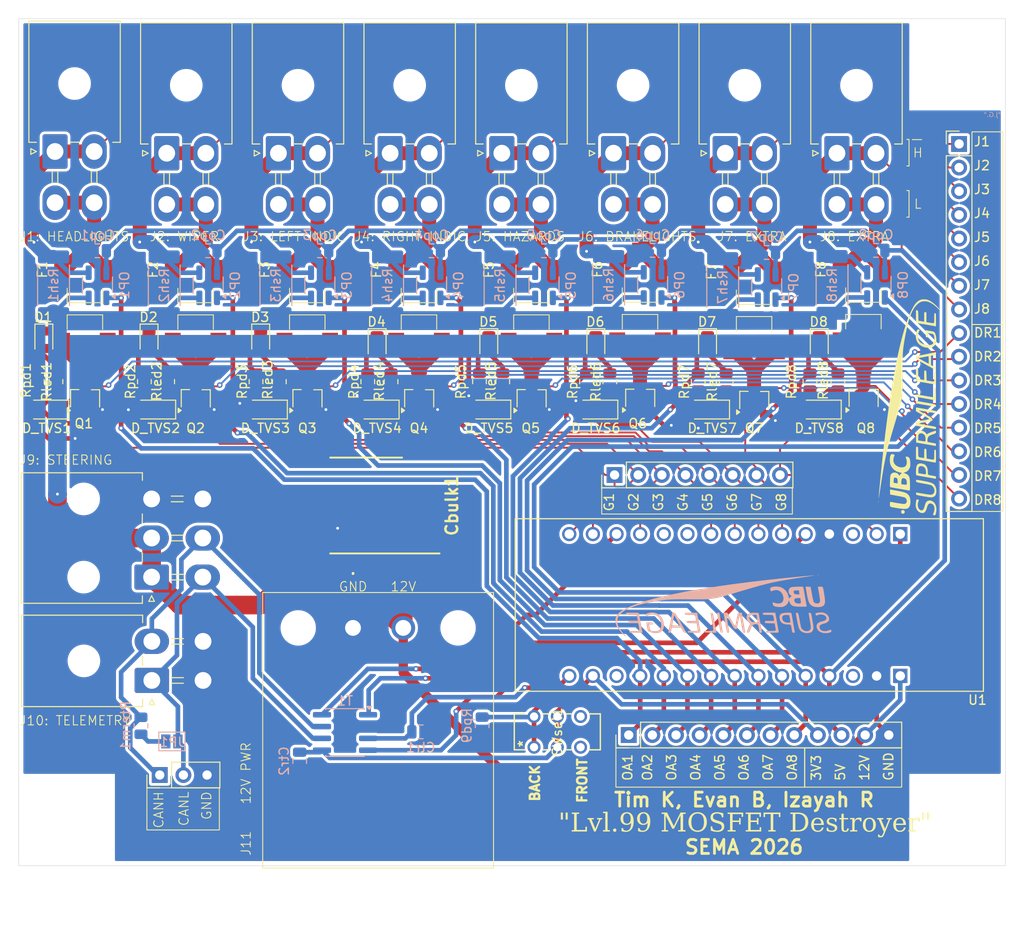
<source format=kicad_pcb>
(kicad_pcb (version 20241229) (generator "pcbnew") (generator_version "9.0")
  (layers (0 "F.Cu" signal) (2 "B.Cu" signal) (13 "F.Paste" user) (15 "B.Paste" user) (5 "F.SilkS" user "F.Silkscreen") (7 "B.SilkS" user "B.Silkscreen") (1 "F.Mask" user) (3 "B.Mask" user) (25 "Edge.Cuts" user))
  (net 0 "")
  (net 1 "GND")
  (net 2 "/3V3")
  (net 3 "/CANH")
  (net 4 "12V")
  (net 5 "/CANL")
  (net 6 "/OA1")
  (net 7 "/OA2")
  (net 8 "/OA3")
  (net 9 "/OA4")
  (net 10 "/OA5")
  (net 11 "/OA6")
  (net 12 "/OA7")
  (net 13 "/OA8")
  (net 14 "/GATE1")
  (net 15 "/GATE2")
  (net 16 "/GATE3")
  (net 17 "/GATE4")
  (net 18 "/GATE5")
  (net 19 "/GATE6")
  (net 20 "/GATE7")
  (net 21 "/GATE8")
  (net 22 "/BOARD_SW")
  (net 27 "/CANTX")
  (net 28 "/CANRX")
  (net 29 "/STBY")
  (net 32 "5V")
  (net 33 "Net-(D1-A)")
  (net 34 "Net-(D2-A)")
  (net 35 "Net-(D3-A)")
  (net 36 "Net-(D4-A)")
  (net 37 "Net-(D5-A)")
  (net 38 "Net-(D6-A)")
  (net 39 "Net-(D7-A)")
  (net 40 "Net-(D8-A)")
  (net 41 "/TPdr1")
  (net 42 "Net-(J1-Pin_3)")
  (net 43 "/TPdr2")
  (net 44 "Net-(J2-Pin_3)")
  (net 45 "/TPdr3")
  (net 46 "Net-(J3-Pin_3)")
  (net 47 "Net-(J4-Pin_3)")
  (net 48 "/TPdr4")
  (net 49 "Net-(J5-Pin_3)")
  (net 50 "/TPdr5")
  (net 51 "/TPdr6")
  (net 52 "Net-(J6-Pin_3)")
  (net 53 "/TPdr7")
  (net 54 "Net-(J7-Pin_3)")
  (net 55 "Net-(J8-Pin_3)")
  (net 56 "/TPdr8")
  (net 58 "Net-(JP1-A)")
  (net 59 "/TPj1")
  (net 60 "/TPj2")
  (net 61 "/TPj3")
  (net 62 "/TPj4")
  (net 63 "/TPj5")
  (net 64 "/TPj6")
  (net 65 "/TPj7")
  (net 66 "/TPj8")
  (footprint "footprint:3586KTR" (layer "F.Cu") (at 71.332571 47.043 -90)
    (property "Reference" "F5")
    (property "Value" "Fuse" (hide yes))
  )
  (footprint "Package_TO_SOT_SMD:TSOT-23" (layer "F.Cu") (at 59 56.815 90)
    (property "Reference" "Q4")
    (property "Value" "IRLML6344TRPBF")
  )
  (footprint "LED_SMD:LED_0805_2012Metric" (layer "F.Cu") (at 18.7 50.5 -90)
    (property "Reference" "D1")
    (property "Value" "LED")
  )
  (footprint "footprint:Molex_Mini-Fit_Jr_5569-04A2_2x02_P4.20mm_Horizontal" (layer "F.Cu") (at 43.9 30.46)
    (property "Reference" "J3" (hide yes))
    (property "Value" "39301040" (hide yes))
  )
  (footprint "Resistor_SMD:R_0805_2012Metric" (layer "F.Cu") (at 18 55 90)
    (property "Reference" "Rpd1")
    (property "Value" "10K")
  )
  (footprint "Connector_PinHeader_2.54mm:PinHeader_1x12_P2.54mm_Vertical" (layer "F.Cu") (at 81.534 92.964 90)
    (property "Reference" "TP1" (hide yes))
    (property "Value" "Conn_01x12_Pin")
  )
  (footprint "Package_TO_SOT_SMD:TSOT-23" (layer "F.Cu") (at 23.11 56.815 90)
    (property "Reference" "Q1")
    (property "Value" "IRLML6344TRPBF")
  )
  (footprint "Resistor_SMD:R_0805_2012Metric" (layer "F.Cu") (at 53.5 55 90)
    (property "Reference" "Rpd4")
    (property "Value" "10K")
  )
  (footprint "Package_TO_SOT_SMD:TSOT-23" (layer "F.Cu") (at 71.078571 56.815 90)
    (property "Reference" "Q5")
    (property "Value" "IRLML6344TRPBF")
  )
  (footprint "Package_TO_SOT_SMD:TSOT-23" (layer "F.Cu") (at 47 56.815 90)
    (property "Reference" "Q3")
    (property "Value" "IRLML6344TRPBF")
  )
  (footprint "footprint:3586KTR" (layer "F.Cu") (at 59.254 47.043 -90)
    (property "Reference" "F4")
    (property "Value" "Fuse" (hide yes))
  )
  (footprint "Connector_PinHeader_2.54mm:PinHeader_1x16_P2.54mm_Vertical" (layer "F.Cu") (at 117.025 29.464)
    (property "Reference" "TP3" (hide yes))
    (property "Value" "Conn_01x16_Pin")
  )
  (footprint "Package_TO_SOT_SMD:TSOT-23" (layer "F.Cu") (at 82.746 56.772 90)
    (property "Reference" "Q6")
    (property "Value" "IRLML6344TRPBF")
  )
  (footprint "LED_SMD:LED_0805_2012Metric" (layer "F.Cu") (at 78 51 -90)
    (property "Reference" "D6")
    (property "Value" "LED")
  )
  (footprint "Resistor_SMD:R_0805_2012Metric" (layer "F.Cu") (at 43.995 55 90)
    (property "Reference" "Rled3")
    (property "Value" "100")
  )
  (footprint "Resistor_SMD:R_0805_2012Metric" (layer "F.Cu") (at 104 55 90)
    (property "Reference" "Rled8")
    (property "Value" "100")
  )
  (footprint "Resistor_SMD:R_0805_2012Metric" (layer "F.Cu") (at 56 55 90)
    (property "Reference" "Rled4")
    (property "Value" "100")
  )
  (footprint "footprint:Molex_Mini-Fit_Jr_5569-04A2_2x02_P4.20mm_Horizontal" (layer "F.Cu") (at 67.9 30.46)
    (property "Reference" "J5" (hide yes))
    (property "Value" "39301040" (hide yes))
  )
  (footprint "footprint:3586KTR" (layer "F.Cu") (at 35.254 47.043 -90)
    (property "Reference" "F2")
    (property "Value" "Fuse" (hide yes))
  )
  (footprint "Resistor_SMD:R_0805_2012Metric" (layer "F.Cu") (at 41.495 55 90)
    (property "Reference" "Rpd3")
    (property "Value" "10K")
  )
  (footprint "Diode_SMD:D_SMF" (layer "F.Cu") (at 19 58 180)
    (property "Reference" "D_TVS1")
    (property "Value" "D_Zener")
  )
  (footprint "LED_SMD:LED_0805_2012Metric" (layer "F.Cu") (at 41.995 50.5 -90)
    (property "Reference" "D3")
    (property "Value" "LED")
  )
  (footprint "Diode_SMD:D_SMF" (layer "F.Cu") (at 54.5 58 180)
    (property "Reference" "D_TVS4")
    (property "Value" "D_Zener")
  )
  (footprint "footprint:Molex_Mini-Fit_Jr_5569-04A2_2x02_P4.20mm_Horizontal" (layer "F.Cu") (at 19.9 30.275)
    (property "Reference" "J1" (hide yes))
    (property "Value" "39301040" (hide yes))
  )
  (footprint "Connector_PinHeader_2.54mm:PinHeader_1x08_P2.54mm_Vertical" (layer "F.Cu") (at 80.01 65.024 90)
    (property "Reference" "TP2" (hide yes))
    (property "Value" "Conn_01x08_Pin")
  )
  (footprint "footprint:MODULE_NUCLEO-L432KC" (layer "F.Cu") (at 94.488 78.994 -90)
    (property "Reference" "U1")
    (property "Value" "NUCLEO_L432KC")
  )
  (footprint "Diode_SMD:D_SMF" (layer "F.Cu") (at 42.495 58 180)
    (property "Reference" "D_TVS3")
    (property "Value" "D_Zener")
  )
  (footprint "footprint:3586KTR" (layer "F.Cu") (at 107 47 -90)
    (property "Reference" "F8")
    (property "Value" "Fuse" (hide yes))
  )
  (footprint "Resistor_SMD:R_0805_2012Metric" (layer "F.Cu") (at 20 55 90)
    (property "Reference" "Rled1")
    (property "Value" "100")
  )
  (footprint "footprint:SWITCH_011CQN" (layer "F.Cu") (at 71.36 94.272 90)
    (property "Reference" "SWsel1")
    (property "Value" "SW_DPDT_x2")
  )
  (footprint "Diode_SMD:D_SMF" (layer "F.Cu") (at 78 58 180)
    (property "Reference" "D_TVS6")
    (property "Value" "D_Zener")
  )
  (footprint "Resistor_SMD:R_0805_2012Metric" (layer "F.Cu") (at 77 55 90)
    (property "Reference" "Rpd6")
    (property "Value" "10K")
  )
  (footprint "Diode_SMD:D_SMF" (layer "F.Cu") (at 66.5 58 180)
    (property "Reference" "D_TVS5")
    (property "Value" "D_Zener")
  )
  (footprint "MountingHole:MountingHole_3.2mm_M3_ISO14580" (layer "F.Cu") (at 21 102)
    (property "Reference" "H3")
    (property "Value" "MountingHole")
  )
  (footprint "Resistor_SMD:R_0805_2012Metric" (layer "F.Cu") (at 89 55 90)
    (property "Reference" "Rpd7")
    (property "Value" "10K")
  )
  (footprint "footprint:3586KTR" (layer "F.Cu") (at 95.254 47.228 -90)
    (property "Reference" "F7")
    (property "Value" "Fuse" (hide yes))
  )
  (footprint "Connector_PinHeader_2.54mm:PinHeader_1x03_P2.54mm_Vertical" (layer "F.Cu") (at 31.15 97.26 90)
    (property "Reference" "J12" (hide yes))
    (property "Value" "Conn_01x03_Pin")
  )
  (footprint "LED_SMD:LED_0805_2012Metric" (layer "F.Cu") (at 90 51 -90)
    (property "Reference" "D7")
    (property "Value" "LED")
  )
  (footprint "LED_SMD:LED_0805_2012Metric" (layer "F.Cu") (at 54.5 51 -90)
    (property "Reference" "D4")
    (property "Value" "LED")
  )
  (footprint "Connector_Molex:Molex_Mini-Fit_Jr_5569-04A2_2x02_P4.20mm_Horizontal" (layer "F.Cu") (at 30.3 87.1 90)
    (property "Reference" "J10" (hide yes))
    (property "Value" "39301040")
  )
  (footprint "footprint:ATF132PBM03" (layer "F.Cu") (at 51.91 81.455)
    (property "Reference" "J11" (hide yes))
    (property "Value" "ATF13-2P-BM03" (hide yes))
  )
  (footprint "Connector_Molex:Molex_Mini-Fit_Jr_5569-06A2_2x03_P4.20mm_Horizontal" (layer "F.Cu") (at 30.275 76 90)
    (property "Reference" "J9" (hide yes))
    (property "Value" "39301060")
  )
  (footprint "Resistor_SMD:R_0805_2012Metric" (layer "F.Cu") (at 101 55 90)
    (property "Reference" "Rpd8")
    (property "Value" "10K")
  )
  (footprint "Package_TO_SOT_SMD:TSOT-23" (layer "F.Cu") (at 95 57 90)
    (property "Reference" "Q7")
    (property "Value" "IRLML6344TRPBF")
  )
  (footprint "Diode_SMD:D_SMF" (layer "F.Cu") (at 90 58 180)
    (property "Reference" "D_TVS7")
    (property "Value" "D_Zener")
  )
  (footprint "Resistor_SMD:R_0805_2012Metric" (layer "F.Cu") (at 65.5 55 90)
    (property "Reference" "Rpd5")
    (property "Value" "10K")
  )
  (footprint "footprint:Molex_Mini-Fit_Jr_5569-04A2_2x02_P4.20mm_Horizontal" (layer "F.Cu") (at 79.9 30.46)
    (property "Reference" "J6" (hide yes))
    (property "Value" "39301040" (hide yes))
  )
  (footprint "Diode_SMD:D_SMF" (layer "F.Cu") (at 102 58 180)
    (property "Reference" "D_TVS8")
    (property "Value" "D_Zener")
  )
  (footprint "Package_TO_SOT_SMD:TSOT-23" (layer "F.Cu") (at 106.746 56.772 90)
    (property "Reference" "Q8")
    (property "Value" "IRLML6344TRPBF")
  )
  (footprint "logo:logo" (layer "F.Cu") (at 111.75 57.795963 90)
    (property "Reference" "G***" (hide yes))
    (property "Value" "LOGO" (hide yes))
  )
  (footprint "Resistor_SMD:R_0805_2012Metric" (layer "F.Cu") (at 92 55 90)
    (property "Reference" "Rled7")
    (property "Value" "100")
  )
  (footprint "footprint:3586KTR" (layer "F.Cu") (at 47.254 47.043 -90)
    (property "Reference" "F3")
    (property "Value" "Fuse" (hide yes))
  )
  (footprint "Resistor_SMD:R_0805_2012Metric" (layer "F.Cu") (at 32 55 90)
    (property "Reference" "Rled2")
    (property "Value" "100")
  )
  (footprint "footprint:Molex_Mini-Fit_Jr_5569-04A2_2x02_P4.20mm_Horizontal" (layer "F.Cu") (at 31.9 30.46)
    (property "Reference" "J2" (hide yes))
    (property "Value" "39301040" (hide yes))
  )
  (footprint "LED_SMD:LED_0805_2012Metric" (layer "F.Cu") (at 30 50.5 -90)
    (property "Reference" "D2")
    (property "Value" "LED")
  )
  (footprint "Package_TO_SOT_SMD:TSOT-23" (layer "F.Cu") (at 35 56.815 90)
    (property "Reference" "Q2")
    (property "Value" "IRLML6344TRPBF")
  )
  (footprint "footprint:3586KTR" (layer "F.Cu") (at 23.364 47.043 -90)
    (property "Reference" "F1")
    (property "Value" "Fuse" (hide yes))
  )
  (footprint "Diode_SMD:D_SMF" (layer "F.Cu") (at 30.5 58 180)
    (property "Reference" "D_TVS2")
    (property "Value" "D_Zener")
  )
  (footprint "footprint:Molex_Mini-Fit_Jr_5569-04A2_2x02_P4.20mm_Horizontal" (layer "F.Cu") (at 103.9 30.46)
    (property "Reference" "J8" (hide yes))
    (property "Value" "39301040" (hide yes))
  )
  (footprint "LED_SMD:LED_0805_2012Metric" (layer "F.Cu") (at 66.5 51 -90)
    (property "Reference" "D5")
    (property "Value" "LED")
  )
  (footprint "footprint:3586KTR" (layer "F.Cu") (at 83 47 -90)
    (property "Reference" "F6")
    (property "Value" "Fuse" (hide yes))
  )
  (footprint "footprint:Molex_Mini-Fit_Jr_5569-04A2_2x02_P4.20mm_Horizontal" (layer "F.Cu") (at 55.9 30.46)
    (property "Reference" "J4" (hide yes))
    (property "Value" "39301040" (hide yes))
  )
  (footprint "footprint:Molex_Mini-Fit_Jr_5569-04A2_2x02_P4.20mm_Horizontal" (layer "F.Cu") (at 91.9 30.46)
    (property "Reference" "J7" (hide yes))
    (property "Value" "39301040" (hide yes))
  )
  (footprint "LED_SMD:LED_0805_2012Metric" (layer "F.Cu") (at 102 51 -90)
    (property "Reference" "D8")
    (property "Value" "LED")
  )
  (footprint "Resistor_SMD:R_0805_2012Metric" (layer "F.Cu") (at 79.5 55 90)
    (property "Reference" "Rled6")
    (property "Value" "100")
  )
  (footprint "footprint:CAPAE1030X1050M" (layer "F.Cu") (at 54.61 68.31 180)
    (property "Reference" "Cbulk1")
    (property "Value" "270uF" (hide yes))
  )
  (footprint "Resistor_SMD:R_0805_2012Metric" (layer "F.Cu") (at 68 55 90)
    (property "Reference" "Rled5")
    (property "Value" "100")
  )
  (footprint "MountingHole:MountingHole_3.2mm_M3_ISO14580" (layer "F.Cu") (at 117.025 102.025)
    (property "Reference" "H2")
    (property "Value" "MountingHole")
  )
  (footprint "MountingHole:MountingHole_3.2mm_M3_ISO14580" (layer "F.Cu") (at 117.025 20.975)
    (property "Reference" "H1")
    (property "Value" "MountingHole")
  )
  (footprint "Resistor_SMD:R_0805_2012Metric" (layer "F.Cu") (at 29.5 55 90)
    (property "Reference" "Rpd2")
    (property "Value" "10K")
  )
  (footprint "Package_SO:SOIC-8_3.9x4.9mm_P1.27mm" (layer "B.Cu") (at 51.054 92.689499 180)
    (property "Reference" "T1")
    (property "Value" "MCP2562FD-E_SN")
  )
  (footprint "Package_TO_SOT_SMD:SOT-23-6_Handsoldering" (layer "B.Cu") (at 48.353 44.65 90)
    (property "Reference" "OP3")
    (property "Value" "MCP6C02T-020")
  )
  (footprint "Resistor_SMD:R_2512_6332Metric_Pad1.40x3.35mm_HandSolder" (layer "B.Cu") (at 19.74 44.65 90)
    (property "Reference" "Rsh1")
    (property "Value" "0.05")
  )
  (footprint "Capacitor_SMD:C_0805_2012Metric" (layer "B.Cu") (at 60.353 40.94 180)
    (property "Reference" "Cop4")
    (property "Value" "100nF")
  )
  (footprint "Capacitor_SMD:C_0805_2012Metric" (layer "B.Cu") (at 46.184 95.758 -90)
    (property "Reference" "Ctr2")
    (property "Value" "100nF")
  )
  (footprint "Package_TO_SOT_SMD:SOT-23-6_Handsoldering" (layer "B.Cu") (at 60.353 44.65 90)
    (property "Reference" "OP4")
    (property "Value" "MCP6C02T-020")
  )
  (footprint "Resistor_SMD:R_2512_6332Metric_Pad1.40x3.35mm_HandSolder" (layer "B.Cu") (at 55.63 44.65 90)
    (property "Reference" "Rsh4")
    (property "Value" "0.05")
  )
  (footprint "Capacitor_SMD:C_0805_2012Metric" (layer "B.Cu") (at 24.463 40.94 180)
    (property "Reference" "Cop1")
    (property "Value" "100nF")
  )
  (footprint "Capacitor_SMD:C_0805_2012Metric" (layer "B.Cu") (at 84.099 40.897 180)
    (property "Reference" "Cop6")
    (property "Value" "100nF")
  )
  (footprint "Resistor_SMD:R_2512_6332Metric_Pad1.40x3.35mm_HandSolder" (layer "B.Cu") (at 79.376 44.607 90)
    (property "Reference" "Rsh6")
    (property "Value" "0.05")
  )
  (footprint "Package_TO_SOT_SMD:SOT-23-6_Handsoldering" (layer "B.Cu") (at 108.099 44.607 90)
    (property "Reference" "OP8")
    (property "Value" "MCP6C02T-020")
  )
  (footprint "Package_TO_SOT_SMD:SOT-23-6_Handsoldering" (layer "B.Cu") (at 96.353 44.835 90)
    (property "Reference" "OP7")
    (property "Value" "MCP6C02T-020")
  )
  (footprint "Capacitor_SMD:C_0805_2012Metric" (layer "B.Cu") (at 48.353 40.94 180)
    (property "Reference" "Cop3")
    (property "Value" "100nF")
  )
  (footprint "Resistor_SMD:R_2512_6332Metric_Pad1.40x3.35mm_HandSolder" (layer "B.Cu") (at 67.708571 44.65 90)
    (property "Reference" "Rsh5")
    (property "Value" "0.05")
  )
  (footprint "Resistor_SMD:R_2512_6332Metric_Pad1.40x3.35mm_HandSolder" (layer "B.Cu") (at 31.63 44.65 90)
    (property "Reference" "Rsh2")
    (property "Value" "0.05")
  )
  (footprint "Resistor_SMD:R_2512_6332Metric_Pad1.40x3.35mm_HandSolder" (layer "B.Cu") (at 103.376 44.607 90)
    (property "Reference" "Rsh8")
    (property "Value" "0.05")
  )
  (footprint "Capacitor_SMD:C_0805_2012Metric" (layer "B.Cu") (at 36.353 40.94 180)
    (property "Reference" "Cop2")
    (property "Value" "100nF")
  )
  (footprint "Capacitor_SMD:C_0805_2012Metric" (layer "B.Cu") (at 59.182 92.621999)
    (property "Reference" "Ctr1")
    (property "Value" "100nF")
  )
  (footprint "Capacitor_SMD:C_0805_2012Metric" (layer "B.Cu") (at 108.099 40.897 180)
    (property "Reference" "Cop8")
    (property "Value" "100nF")
  )
  (footprint "Jumper:SolderJumper-2_P1.3mm_Open_Pad1.0x1.5mm" (layer "B.Cu") (at 32.45 93.65)
    (property "Reference" "JP1")
    (property "Value" "SolderJumper_2_Open")
  )
  (footprint "Capacitor_SMD:C_0805_2012Metric" (layer "B.Cu") (at 96.353 41.125 180)
    (property "Reference" "Cop7")
    (property "Value" "100nF")
  )
  (footprint "logo:logo" (layer "B.Cu") (at 91.74 79.18 180)
    (property "Reference" "G***" (hide yes))
    (property "Value" "LOGO" (hide yes))
  )
  (footprint "Package_TO_SOT_SMD:SOT-23-6_Handsoldering" (layer "B.Cu") (at 72.431571 44.65 90)
    (property "Reference" "OP5")
    (property "Value" "MCP6C02T-020")
  )
  (footprint "Package_TO_SOT_SMD:SOT-23-6_Handsoldering" (layer "B.Cu") (at 84.099 44.607 90)
    (property "Reference" "OP6")
    (property "Value" "MCP6C02T-020")
  )
  (footprint "Capacitor_SMD:C_0805_2012Metric" (layer "B.Cu") (at 72.431571 40.94 180)
    (property "Reference" "Cop5")
    (property "Value" "100nF")
  )
  (footprint "Package_TO_SOT_SMD:SOT-23-6_Handsoldering" (layer "B.Cu") (at 36.353 44.65 90)
    (property "Reference" "OP2")
    (property "Value" "MCP6C02T-020")
  )
  (footprint "Resistor_SMD:R_0805_2012Metric" (layer "B.Cu") (at 29.132 91.9695 -90)
    (property "Reference" "Rterm1")
    (property "Value" "120")
  )
  (footprint "Resistor_SMD:R_2512_6332Metric_Pad1.40x3.35mm_HandSolder" (layer "B.Cu") (at 43.63 44.65 90)
    (property "Reference" "Rsh3")
    (property "Value" "0.05")
  )
  (footprint "Package_TO_SOT_SMD:SOT-23-6_Handsoldering" (layer "B.Cu") (at 24.463 44.65 90)
    (property "Reference" "OP1")
    (property "Value" "MCP6C02T-020")
  )
  (footprint "Resistor_SMD:R_0805_2012Metric" (layer "B.Cu") (at 65.786 91.948 -90)
    (property "Reference" "Rpd9")
    (property "Value" "10K")
  )
  (footprint "Resistor_SMD:R_2512_6332Metric_Pad1.40x3.35mm_HandSolder" (layer "B.Cu") (at 91.63 44.835 90)
    (property "Reference" "Rsh7")
    (property "Value" "0.05")
  )
  (gr_line (start 113 29) (end 112 29) (stroke (width 0.1)) (layer "F.SilkS"))
  (gr_rect (start 16 16) (end 122 107) (stroke (width 0.05)) (fill no) (layer "Edge.Cuts"))
  (gr_text "J6: BRAKELIGHTS" (at 76 40 0) (layer "F.SilkS") (effects (font (size 1 1) (thickness 0.1)) (justify left bottom)))
  (gr_text "{dblquote}Lvl.99 MOSFET Destroyer{dblquote}\n" (at 94.025741 103.670523 0) (layer "F.SilkS") (effects (font (size 2 2) (thickness 0.3)) (justify bottom)))
  (gr_text "CANL" (at 34.33115 102.807561 90) (layer "F.SilkS") (effects (font (size 1 1) (thickness 0.1)) (justify left bottom)))
  (gr_text "SEMA 2026\n" (at 87.404314 105.88 0) (layer "F.SilkS") (effects (font (size 1.5 1.5) (thickness 0.3) (bold yes)) (justify left bottom)))
  (gr_text "J1: HEADLIGHTS" (at 16 40 0) (layer "F.SilkS") (effects (font (size 1 1) (thickness 0.1)) (justify left bottom)))
  (gr_text "BACK" (at 72.040158 100.220437 90) (layer "F.SilkS") (effects (font (size 1 1) (thickness 0.25) (bold yes)) (justify left bottom)))
  (gr_text "12V" (at 55.879048 77.605 0) (layer "F.SilkS") (effects (font (size 1 1) (thickness 0.1)) (justify left bottom)))
  (gr_text "J9: STEERING" (at 16 64 0) (layer "F.SilkS") (effects (font (size 1 1) (thickness 0.1)) (justify left bottom)))
  (gr_text "J5: HAZARDS" (at 65 40 0) (layer "F.SilkS") (effects (font (size 1 1) (thickness 0.1)) (justify left bottom)))
  (gr_text "12V PWR\n" (at 41 100.47 90) (layer "F.SilkS") (effects (font (size 1 1) (thickness 0.1)) (justify left bottom)))
  (gr_text "CANH" (at 31.626683 103.045656 90) (layer "F.SilkS") (effects (font (size 1 1) (thickness 0.1)) (justify left bottom)))
  (gr_text "J8: EXTRA" (at 102 40 0) (layer "F.SilkS") (effects (font (size 1 1) (thickness 0.1)) (justify left bottom)))
  (gr_text "J11" (at 41 106 90) (layer "F.SilkS") (effects (font (size 1 1) (thickness 0.1)) (justify left bottom)))
  (gr_text "GND\n" (at 36.7695 102.140894 90) (layer "F.SilkS") (effects (font (size 1 1) (thickness 0.1)) (justify left bottom)))
  (gr_text "FRONT" (at 77.121277 100.384344 90) (layer "F.SilkS") (effects (font (size 1 1) (thickness 0.25) (bold yes)) (justify left bottom)))
  (gr_text "J4: RIGHT INDIC" (at 52 40 0) (layer "F.SilkS") (effects (font (size 1 1) (thickness 0.1)) (justify left bottom)))
  (gr_text "J10: TELEMETRY\n" (at 16 92 0) (layer "F.SilkS") (effects (font (size 1 1) (thickness 0.1)) (justify left bottom)))
  (gr_text "GND" (at 50.336191 77.605 0) (layer "F.SilkS") (effects (font (size 1 1) (thickness 0.1)) (justify left bottom)))
  (gr_text "J7: EXTRA" (at 91 40 0) (layer "F.SilkS") (effects (font (size 1 1) (thickness 0.1)) (justify left bottom)))
  (gr_text "J2: WIPER" (at 30 40 0) (layer "F.SilkS") (effects (font (size 1 1) (thickness 0.1)) (justify left bottom)))
  (gr_text "Tim K, Evan B, Izayah R" (at 79.797169 100.8 0) (layer "F.SilkS") (effects (font (size 1.5 1.5) (thickness 0.3) (bold yes)) (justify left bottom)))
  (gr_text "J3: LEFT INDIC" (at 40 40 0) (layer "F.SilkS") (effects (font (size 1 1) (thickness 0.1)) (justify left bottom)))
  (gr_text "{dblquote}J.G.{dblquote}" (at 121.5 26.65 0) (layer "B.SilkS") (effects (font (size 0.5 0.5) (thickness 0.1)) (justify left bottom mirror)))
  (segment (start 39.75 57.33) (end 39.75 57.55) (width 0.5) (layer "F.Cu") (net 1))
  (segment (start 28.849 51) (end 28.849 53.4365) (width 0.5) (layer "F.Cu") (net 1))
  (segment (start 59.95 58.125) (end 60.875 58.125) (width 0.5) (layer "F.Cu") (net 1))
  (segment (start 54.5 50.0625) (end 53.349 51.2135) (width 0.5) (layer "F.Cu") (net 1))
  (segment (start 99.849 57.299) (end 100.55 58) (width 0.5) (layer "F.Cu") (net 1))
  (segment (start 30 49.5625) (end 28.849 50.7135) (width 0.5) (layer "F.Cu") (net 1))
  (segment (start 88.55 58) (end 88.55 59.55) (width 0.5) (layer "F.Cu") (net 1))
  (segment (start 66.5 50.0625) (end 65.349 51.2135) (width 0.5) (layer "F.Cu") (net 1))
  (segment (start 108.163 91.653) (end 109.474 92.964) (width 0.5) (layer "F.Cu") (net 1))
  (segment (start 85.304 59.69) (end 86.106 59.69) (width 0.5) (layer "F.Cu") (net 1))
  (segment (start 50.26 68.31) (end 50.26 70.75) (width 2) (layer "F.Cu") (net 1))
  (segment (start 39.75 55.8325) (end 41.495 54.0875) (width 0.5) (layer "F.Cu") (net 1))
  (segment (start 108.163 86.614) (end 108.163 91.653) (width 0.5) (layer "F.Cu") (net 1))
  (segment (start 35.95 58.125) (end 36.875 58.125) (width 0.5) (layer "F.Cu") (net 1))
  (segment (start 75.849 57.05) (end 75.849 55.2385) (width 0.5) (layer "F.Cu") (net 1))
  (segment (start 100.55 58) (end 100.55 59.55) (width 0.5) (layer "F.Cu") (net 1))
  (segment (start 52.349 57.299) (end 53.05 58) (width 0.5) (layer "F.Cu") (net 1))
  (segment (start 17.05 50.5125) (end 17.05 53.1375) (width 0.5) (layer "F.Cu") (net 1))
  (segment (start 19.2 61.1) (end 17.55 59.45) (width 0.5) (layer "F.Cu") (net 1))
  (segment (start 47.95 58.125) (end 48.875 58.125) (width 0.5) (layer "F.Cu") (net 1))
  (segment (start 76.849 53.9365) (end 77 54.0875) (width 0.5) (layer "F.Cu") (net 1))
  (segment (start 101 54.0875) (end 99.849 55.2385) (width 0.5) (layer "F.Cu") (net 1))
  (segment (start 53.349 51.2135) (end 53.349 53.9365) (width 0.5) (layer "F.Cu") (net 1))
  (segment (start 28.349 55.2385) (end 28.349 57.299) (width 0.5) (layer "F.Cu") (net 1))
  (segment (start 99.849 55.2385) (end 99.849 57.299) (width 0.5) (layer "F.Cu") (net 1))
  (segment (start 64.349 56.52) (end 64.349 52.151) (width 0.5) (layer "F.Cu") (net 1))
  (segment (start 53.349 53.9365) (end 53.5 54.0875) (width 0.5) (layer "F.Cu") (net 1))
  (segment (start 29.5 54.0875) (end 28.349 55.2385) (width 0.5) (layer "F.Cu") (net 1))
  (segment (start 72.028571 58.125) (end 72.875 58.125) (width 0.5) (layer "F.Cu") (net 1))
  (segment (start 36.875 58.125) (end 37 58) (width 0.5) (layer "F.Cu") (net 1))
  (segment (start 64.349 57.299) (end 64.349 56.52) (width 0.5) (layer "F.Cu") (net 1))
  (segment (start 75.849 57.05) (end 75.849 57.299) (width 0.5) (layer "F.Cu") (net 1))
  (segment (start 18 49.5) (end 18 49.5625) (width 0.5) (layer "F.Cu") (net 1))
  (segment (start 24.06 58.125) (end 24.875 58.125) (width 0.5) (layer "F.Cu") (net 1))
  (segment (start 18 49.5625) (end 17.05 50.5125) (width 0.5) (layer "F.Cu") (net 1))
  (segment (start 95.95 58.31) (end 96.41 58.31) (width 0.5) (layer "F.Cu") (net 1))
  (segment (start 101.03125 51.03125) (end 100.849 51.2135) (width 0.5) (layer "F.Cu") (net 1))
  (segment (start 27.8 58) (end 29.05 58) (width 0.5) (layer "F.Cu") (net 1))
  (segment (start 100.55 59.55) (end 101 60) (width 0.5) (layer "F.Cu") (net 1))
  (segment (start 41.995 49.5625) (end 40.844 50.7135) (width 0.5) (layer "F.Cu") (net 1))
  (segment (start 52.349 56.47) (end 52.349 57.299) (width 0.5) (layer "F.Cu") (net 1))
  (segment (start 89 54.0875) (end 87.69 55.3975) (width 0.5) (layer "F.Cu") (net 1))
  (segment (start 40.844 50.7135) (end 40.844 53.4365) (width 0.5) (layer "F.Cu") (net 1))
  (segment (start 65.349 51.2135) (end 65.349 51.5) (width 0.5) (layer "F.Cu") (net 1))
  (segment (start 24.875 58.125) (end 25 58) (width 0.5) (layer "F.Cu") (net 1))
  (segment (start 72.875 58.125) (end 73 58) (width 0.5) (layer "F.Cu") (net 1))
  (segment (start 65.349 53.9365) (end 65.5 54.0875) (width 0.5) (layer "F.Cu") (net 1))
  (segment (start 48.875 58.125) (end 49 58) (width 0.5) (layer "F.Cu") (net 1))
  (segment (start 87.69 57.14) (end 88.55 58) (width 0.5) (layer "F.Cu") (net 1))
  (segment (start 28.849 53.4365) (end 29.5 54.0875) (width 0.5) (layer "F.Cu") (net 1))
  (segment (start 87.69 55.3975) (end 87.69 57.14) (width 0.5) (layer "F.Cu") (net 1))
  (segment (start 83.696 58.082) (end 85.304 59.69) (width 0.5) (layer "F.Cu") (net 1))
  (segment (start 16.849 55.2385) (end 16.849 57.299) (width 0.5) (layer "F.Cu") (net 1))
  (segment (start 75.849 55.2385) (end 77 54.0875) (width 0.5) (layer "F.Cu") (net 1))
  (segment (start 28.349 57.299) (end 29.05 58) (width 0.5) (layer "F.Cu") (net 1))
  (segment (start 100.849 51.2135) (end 100.849 53.9365) (width 0.5) (layer "F.Cu") (net 1))
  (segment (start 101.03125 51.03125) (end 101 51) (width 0.5) (layer "F.Cu") (net 1))
  (segment (start 65.05 58) (end 64.349 57.299) (width 0.5) (layer "F.Cu") (net 1))
  (segment (start 64.349 52.151) (end 65 51.5) (width 0.5) (layer "F.Cu") (net 1))
  (segment (start 96.41 58.31) (end 97.282 59.182) (width 0.5) (layer "F.Cu") (net 1))
  (segment (start 100.849 53.9365) (end 101 54.0875) (width 0.5) (layer "F.Cu") (net 1))
  (segment (start 22.06 61.1) (end 19.2 61.1) (width 0.5) (layer "F.Cu") (net 1))
  (segment (start 88.849 51.2135) (end 88.849 53.9365) (width 0.5) (layer "F.Cu") (net 1))
  (segment (start 90 50.0625) (end 88.849 51.2135) (width 0.5) (layer "F.Cu") (net 1))
  (segment (start 83.696 58.082) (end 83.918 58.082) (width 0.5) (layer "F.Cu") (net 1))
  (segment (start 76.849 51.2135) (end 76.849 53.9365) (width 0.5) (layer "F.Cu") (net 1))
  (segment (start 28.849 50.7135) (end 28.849 51) (width 0.5) (layer "F.Cu") (net 1))
  (segment (start 107.696 58.082) (end 108.918 58.082) (width 0.5) (layer "F.Cu") (net 1))
  (segment (start 65.349 51.5) (end 65 51.5) (width 0.5) (layer "F.Cu") (net 1))
  (segment (start 88.55 59.55) (end 89 60) (width 0.5) (layer "F.Cu") (net 1))
  (segment (start 52.349 55.2385) (end 52.349 56.47) (width 0.5) (layer "F.Cu") (net 1))
  (segment (start 53.5 54.0875) (end 52.349 55.2385) (width 0.5) (layer "F.Cu") (net 1))
  (segment (start 27.78 58.02) (end 27.8 58) (width 0.5) (layer "F.Cu") (net 1))
  (segment (start 88.849 53.9365) (end 89 54.0875) (width 0.5) (layer "F.Cu") (net 1))
  (segment (start 108.918 58.082) (end 109 58) (width 0.5) (layer "F.Cu") (net 1))
  (segment (start 40.844 53.4365) (end 41.495 54.0875) (width 0.5) (layer "F.Cu") (net 1))
  (segment (start 17.55 59.45) (end 17.55 58) (width 0.5) (layer "F.Cu") (net 1))
  (segment (start 75.849 57.299) (end 76.55 58) (width 0.5) (layer "F.Cu") (net 1))
  (segment (start 78 50.0625) (end 76.849 51.2135) (width 0.5) (layer "F.Cu") (net 1))
  (segment (start 40.2 58) (end 41.045 58) (width 0.5) (layer "F.Cu") (net 1))
  (segment (start 65.349 51.5) (end 65.349 53.9365) (width 0.5) (layer "F.Cu") (net 1))
  (segment (start 17.05 53.1375) (end 18 54.0875) (width 0.5) (layer "F.Cu") (net 1))
  (segment (start 102 50.0625) (end 101.03125 51.03125) (width 0.5) (layer "F.Cu") (net 1))
  (segment (start 39.75 57.33) (end 39.75 55.8325) (width 0.5) (layer "F.Cu") (net 1))
  (segment (start 16.849 57.299) (end 17.55 58) (width 0.5) (layer "F.Cu") (net 1))
  (segment (start 60.875 58.125) (end 61 58) (width 0.5) (layer "F.Cu") (net 1))
  (segment (start 39.75 57.55) (end 40.2 58) (width 0.5) (layer "F.Cu") (net 1))
  (segment (start 18 54.0875) (end 16.849 55.2385) (width 0.5) (layer "F.Cu") (net 1))
  (via (at 89 60) (size 0.6) (drill 0.3) (layers "F.Cu" "B.Cu") (net 1))
  (via (at 86.106 59.69) (size 0.6) (drill 0.3) (layers "F.Cu" "B.Cu") (net 1))
  (via (at 25 58) (size 0.6) (drill 0.3) (layers "F.Cu" "B.Cu") (net 1))
  (via (at 49 58) (size 0.6) (drill 0.3) (layers "F.Cu" "B.Cu") (net 1))
  (via (at 52.349 56.47) (size 0.6) (drill 0.3) (layers "F.Cu" "B.Cu") (net 1))
  (via (at 109 58) (size 0.6) (drill 0.3) (layers "F.Cu" "B.Cu") (net 1))
  (via (at 50.26 70.75) (size 2) (drill 0.3) (layers "F.Cu" "B.Cu") (net 1))
  (via (at 22.06 61.1) (size 0.6) (drill 0.3) (layers "F.Cu" "B.Cu") (net 1))
  (via (at 97.282 59.182) (size 0.6) (drill 0.3) (layers "F.Cu" "B.Cu") (net 1))
  (via (at 37 58) (size 0.6) (drill 0.3) (layers "F.Cu" "B.Cu") (net 1))
  (via (at 39.75 57.33) (size 0.6) (drill 0.3) (layers "F.Cu" "B.Cu") (net 1))
  (via (at 73 58) (size 0.6) (drill 0.3) (layers "F.Cu" "B.Cu") (net 1))
  (via (at 27.78 58.02) (size 0.6) (drill 0.3) (layers "F.Cu" "B.Cu") (net 1))
  (via (at 101 60) (size 0.6) (drill 0.3) (layers "F.Cu" "B.Cu") (net 1))
  (via (at 75.849 57.05) (size 0.6) (drill 0.3) (layers "F.Cu" "B.Cu") (net 1))
  (via (at 64.349 56.52) (size 0.6) (drill 0.3) (layers "F.Cu" "B.Cu") (net 1))
  (via (at 61 58) (size 0.6) (drill 0.3) (layers "F.Cu" "B.Cu") (net 1))
  (segment (start 73.86 90.437) (end 73.86 90.972) (width 0.5) (layer "F.Cu") (net 2))
  (segment (start 73.86 90.972) (end 73.86 94.272) (width 0.5) (layer "F.Cu") (net 2))
  (segment (start 77.683 86.614) (end 73.86 90.437) (width 0.5) (layer "F.Cu") (net 2))
  (segment (start 77.683 86.614) (end 77.724 86.614) (width 0.5) (layer "B.Cu") (net 2))
  (segment (start 98.552 89.662) (end 101.854 92.964) (width 0.5) (layer "B.Cu") (net 2))
  (segment (start 80.772 89.662) (end 98.552 89.662) (width 0.5) (layer "B.Cu") (net 2))
  (segment (start 49.406001 95.4215) (end 72.7105 95.4215) (width 0.5) (layer "B.Cu") (net 2))
  (segment (start 46.184 94.808) (end 48.365499 94.808) (width 0.5) (layer "B.Cu") (net 2))
  (segment (start 72.7105 95.4215) (end 73.86 94.272) (width 0.5) (layer "B.Cu") (net 2))
  (segment (start 48.579 94.594499) (end 49.406001 95.4215) (width 0.5) (layer "B.Cu") (net 2))
  (segment (start 48.365499 94.808) (end 48.579 94.594499) (width 0.5) (layer "B.Cu") (net 2))
  (segment (start 77.724 86.614) (end 80.772 89.662) (width 0.5) (layer "B.Cu") (net 2))
  (segment (start 30.3 80.483636) (end 30.3 82.9) (width 0.5) (layer "B.Cu") (net 3))
  (segment (start 27.981 92.208) (end 29.132 91.057) (width 0.5) (layer "B.Cu") (net 3))
  (segment (start 48.579 92.054499) (end 47.604001 92.054499) (width 0.5) (layer "B.Cu") (net 3))
  (segment (start 41.849 86.299498) (end 41.849 77.874) (width 0.5) (layer "B.Cu") (net 3))
  (segment (start 41.849 77.874) (end 35.775 71.8) (width 0.5) (layer "B.Cu") (net 3))
  (segment (start 30.91 97.26) (end 27.981 94.331) (width 0.5) (layer "B.Cu") (net 3))
  (segment (start 27 86.2) (end 30.3 82.9) (width 0.5) (layer "B.Cu") (net 3))
  (segment (start 33.474 77.309636) (end 30.3 80.483636) (width 0.5) (layer "B.Cu") (net 3))
  (segment (start 35.775 71.8) (end 33.474 74.101) (width 0.5) (layer "B.Cu") (net 3))
  (segment (start 27.981 94.331) (end 27.981 92.208) (width 0.5) (layer "B.Cu") (net 3))
  (segment (start 31.15 97.26) (end 30.91 97.26) (width 0.5) (layer "B.Cu") (net 3))
  (segment (start 27 88.925) (end 27 86.2) (width 0.5) (layer "B.Cu") (net 3))
  (segment (start 33.474 74.101) (end 33.474 77.309636) (width 0.5) (layer "B.Cu") (net 3))
  (segment (start 29.132 91.057) (end 27 88.925) (width 0.5) (layer "B.Cu") (net 3))
  (segment (start 47.604001 92.054499) (end 41.849 86.299498) (width 0.5) (layer "B.Cu") (net 3))
  (segment (start 106.934 92.964) (end 102.148 97.75) (width 1) (layer "F.Cu") (net 4))
  (segment (start 30.275 76) (end 33.275 79) (width 2) (layer "F.Cu") (net 4))
  (segment (start 33.275 79) (end 42 79) (width 2) (layer "F.Cu") (net 4))
  (segment (start 20.16 67.08) (end 20.16 69.13) (width 2) (layer "F.Cu") (net 4))
  (segment (start 44 77) (end 52.855 77) (width 2) (layer "F.Cu") (net 4))
  (segment (start 22.83 71.8) (end 30.275 71.8) (width 2) (layer "F.Cu") (net 4))
  (segment (start 68.794 97.75) (end 57.31 86.266) (width 1) (layer "F.Cu") (net 4))
  (segment (start 30.275 71.8) (end 30.275 76) (width 2) (layer "F.Cu") (net 4))
  (segment (start 20.16 69.13) (end 22.83 71.8) (width 2) (layer "F.Cu") (net 4))
  (segment (start 52.855 77) (end 57.31 81.455) (width 2) (layer "F.Cu") (net 4))
  (segment (start 57.31 69.96) (end 58.96 68.31) (width 2) (layer "F.Cu") (net 4))
  (segment (start 57.31 86.266) (end 57.31 81.455) (width 1) (layer "F.Cu") (net 4))
  (segment (start 42 79) (end 44 77) (width 2) (layer "F.Cu") (net 4))
  (segment (start 102.148 97.75) (end 68.794 97.75) (width 1) (layer "F.Cu") (net 4))
  (segment (start 57.31 81.455) (end 57.31 69.96) (width 2) (layer "F.Cu") (net 4))
  (via (at 20.16 67.08) (size 2) (drill 0.3) (layers "F.Cu" "B.Cu") (net 4))
  (segment (start 107.149 45.957) (end 105.076 45.957) (width 0.5) (layer "B.Cu") (net 4))
  (segment (start 47.403 46) (end 45.33 46) (width 0.5) (layer "B.Cu") (net 4))
  (segment (start 57.33 46) (end 55.63 47.7) (width 0.5) (layer "B.Cu") (net 4))
  (segment (start 20.16 48.12) (end 19.74 47.7) (width 2) (layer "B.Cu") (net 4))
  (segment (start 35.403 46) (end 33.33 46) (width 0.5) (layer "B.Cu") (net 4))
  (segment (start 45.33 46) (end 43.63 47.7) (width 0.5) (layer "B.Cu") (net 4))
  (segment (start 110.703 89.195) (end 110.703 86.614) (width 0.5) (layer "B.Cu") (net 4))
  (segment (start 106.934 92.964) (end 110.703 89.195) (width 0.5) (layer "B.Cu") (net 4))
  (segment (start 23.513 46) (end 21.44 46) (width 0.5) (layer "B.Cu") (net 4))
  (segment (start 95.403 46.185) (end 93.33 46.185) (width 0.5) (layer "B.Cu") (net 4))
  (segment (start 59.403 46) (end 57.33 46) (width 0.5) (layer "B.Cu") (net 4))
  (segment (start 105.076 45.957) (end 103.376 47.657) (width 0.5) (layer "B.Cu") (net 4))
  (segment (start 71.481571 46) (end 69.408571 46) (width 0.5) (layer "B.Cu") (net 4))
  (segment (start 81.076 45.957) (end 79.376 47.657) (width 0.5) (layer "B.Cu") (net 4))
  (segment (start 69.408571 46) (end 67.708571 47.7) (width 0.5) (layer "B.Cu") (net 4))
  (segment (start 20.16 67.08) (end 20.16 48.12) (width 2) (layer "B.Cu") (net 4))
  (segment (start 83.149 45.957) (end 81.076 45.957) (width 0.5) (layer "B.Cu") (net 4))
  (segment (start 93.33 46.185) (end 91.63 47.885) (width 0.5) (layer "B.Cu") (net 4))
  (segment (start 21.44 46) (end 19.74 47.7) (width 0.5) (layer "B.Cu") (net 4))
  (segment (start 33.33 46) (end 31.63 47.7) (width 0.5) (layer "B.Cu") (net 4))
  (segment (start 41.148 81.373) (end 35.775 76) (width 0.5) (layer "B.Cu") (net 5))
  (segment (start 48.579 93.324499) (end 47.604001 93.324499) (width 0.5) (layer "B.Cu") (net 5))
  (segment (start 33.69 94.24) (end 33.1 93.65) (width 0.5) (layer "B.Cu") (net 5))
  (segment (start 33 78.775) (end 33 84.4) (width 0.5) (layer "B.Cu") (net 5))
  (segment (start 35.775 76) (end 33 78.775) (width 0.5) (layer "B.Cu") (net 5))
  (segment (start 47.604001 93.324499) (end 41.148 86.868498) (width 0.5) (layer "B.Cu") (net 5))
  (segment (start 33.1 89.9) (end 30.3 87.1) (width 0.5) (layer "B.Cu") (net 5))
  (segment (start 33.1 93.65) (end 33.1 89.9) (width 0.5) (layer "B.Cu") (net 5))
  (segment (start 33.69 97.26) (end 33.69 94.24) (width 0.5) (layer "B.Cu") (net 5))
  (segment (start 33 84.4) (end 30.3 87.1) (width 0.5) (layer "B.Cu") (net 5))
  (segment (start 41.148 86.868498) (end 41.148 81.373) (width 0.5) (layer "B.Cu") (net 5))
  (segment (start 27 46) (end 27 60) (width 0.5) (layer "F.Cu") (net 6))
  (segment (start 82.763 86.614) (end 82.763 91.735) (width 0.5) (layer "F.Cu") (net 6))
  (segment (start 82.763 91.735) (end 81.534 92.964) (width 0.5) (layer "F.Cu") (net 6))
  (via (at 27 46) (size 0.6) (drill 0.3) (layers "F.Cu" "B.Cu") (net 6))
  (via (at 27 60) (size 0.6) (drill 0.3) (layers "F.Cu" "B.Cu") (net 6))
  (segment (start 27 60) (end 29.17 62.17) (width 0.5) (layer "B.Cu") (net 6))
  (segment (start 80.264 82.55) (end 82.763 85.049) (width 0.5) (layer "B.Cu") (net 6))
  (segment (start 66.284 76.902728) (end 66.294 76.912728) (width 0.5) (layer "B.Cu") (net 6))
  (segment (start 65.024 65.532) (end 66.284 66.792) (width 0.5) (layer "B.Cu") (net 6))
  (segment (start 66.294 76.962) (end 71.882 82.55) (width 0.5) (layer "B.Cu") (net 6))
  (segment (start 41.18 62.17) (end 44.542 65.532) (width 0.5) (layer "B.Cu") (net 6))
  (segment (start 82.763 85.049) (end 82.763 86.614) (width 0.5) (layer "B.Cu") (net 6))
  (segment (start 66.294 76.912728) (end 66.294 76.962) (width 0.5) (layer "B.Cu") (net 6))
  (segment (start 71.882 82.55) (end 80.264 82.55) (width 0.5) (layer "B.Cu") (net 6))
  (segment (start 29.17 62.17) (end 41.18 62.17) (width 0.5) (layer "B.Cu") (net 6))
  (segment (start 44.542 65.532) (end 65.024 65.532) (width 0.5) (layer "B.Cu") (net 6))
  (segment (start 25.413 46) (end 27 46) (width 0.5) (layer "B.Cu") (net 6))
  (segment (start 82.1385 86.614) (end 82.763 86.614) (width 0.5) (layer "B.Cu") (net 6))
  (segment (start 66.284 66.792) (end 66.284 76.902728) (width 0.5) (layer "B.Cu") (net 6))
  (segment (start 39 60) (end 39.5 60.5) (width 0.5) (layer "F.Cu") (net 7))
  (segment (start 39 46) (end 39 60) (width 0.5) (layer "F.Cu") (net 7))
  (segment (start 85.303 86.614) (end 85.303 91.735) (width 0.5) (layer "F.Cu") (net 7))
  (segment (start 85.303 91.735) (end 84.074 92.964) (width 0.5) (layer "F.Cu") (net 7))
  (via (at 39 46) (size 0.6) (drill 0.3) (layers "F.Cu" "B.Cu") (net 7))
  (via (at 39.5 60.5) (size 0.6) (drill 0.3) (layers "F.Cu" "B.Cu") (net 7))
  (segment (start 72.172364 81.849) (end 81.341 81.849) (width 0.5) (layer "B.Cu") (net 7))
  (segment (start 66.985 66.223) (end 66.985 76.612364) (width 0.5) (layer "B.Cu") (net 7))
  (segment (start 44.831 64.831) (end 40.5 60.5) (width 0.5) (layer "B.Cu") (net 7))
  (segment (start 81.341 81.849) (end 85.303 85.811) (width 0.5) (layer "B.Cu") (net 7))
  (segment (start 67.056 76.732636) (end 72.172364 81.849) (width 0.5) (layer "B.Cu") (net 7))
  (segment (start 37.303 46) (end 39 46) (width 0.5) (layer "B.Cu") (net 7))
  (segment (start 44.831 64.831) (end 65.593 64.831) (width 0.5) (layer "B.Cu") (net 7))
  (segment (start 85.303 85.811) (end 85.303 86.614) (width 0.5) (layer "B.Cu") (net 7))
  (segment (start 65.593 64.831) (end 66.985 66.223) (width 0.5) (layer "B.Cu") (net 7))
  (segment (start 40.5 60.5) (end 39.5 60.5) (width 0.5) (layer "B.Cu") (net 7))
  (segment (start 67.056 76.683364) (end 67.056 76.732636) (width 0.5) (layer "B.Cu") (net 7))
  (segment (start 66.985 76.612364) (end 67.056 76.683364) (width 0.5) (layer "B.Cu") (net 7))
  (segment (start 51 59) (end 51.5 59.5) (width 0.5) (layer "F.Cu") (net 8))
  (segment (start 51 46) (end 51 59) (width 0.5) (layer "F.Cu") (net 8))
  (segment (start 87.843 86.614) (end 87.843 91.735) (width 0.5) (layer "F.Cu") (net 8))
  (segment (start 87.843 91.735) (end 86.614 92.964) (width 0.5) (layer "F.Cu") (net 8))
  (via (at 51 46) (size 0.6) (drill 0.3) (layers "F.Cu" "B.Cu") (net 8))
  (via (at 51.5 59.5) (size 0.6) (drill 0.3) (layers "F.Cu" "B.Cu") (net 8))
  (segment (start 67.686 65.908) (end 67.686 76.322) (width 0.5) (layer "B.Cu") (net 8))
  (segment (start 65.786 64.008) (end 67.686 65.908) (width 0.5) (layer "B.Cu") (net 8))
  (segment (start 72.512 81.148) (end 82.377 81.148) (width 0.5) (layer "B.Cu") (net 8))
  (segment (start 49.303 46) (end 51 46) (width 0.5) (layer "B.Cu") (net 8))
  (segment (start 82.377 81.148) (end 87.843 86.614) (width 0.5) (layer "B.Cu") (net 8))
  (segment (start 52.572857 60.572857) (end 51.5 59.5) (width 0.5) (layer "B.Cu") (net 8))
  (segment (start 52.572857 61.970857) (end 52.572857 60.572857) (width 0.5) (layer "B.Cu") (net 8))
  (segment (start 52.572857 61.970857) (end 54.61 64.008) (width 0.5) (layer "B.Cu") (net 8))
  (segment (start 54.61 64.008) (end 65.786 64.008) (width 0.5) (layer "B.Cu") (net 8))
  (segment (start 67.686 76.322) (end 72.512 81.148) (width 0.5) (layer "B.Cu") (net 8))
  (segment (start 63.5 46.5) (end 63 46) (width 0.5) (layer "F.Cu") (net 9))
  (segment (start 64 60) (end 63.5 59.5) (width 0.5) (layer "F.Cu") (net 9))
  (segment (start 63.5 59.5) (end 63.5 46.5) (width 0.5) (layer "F.Cu") (net 9))
  (segment (start 90.383 91.735) (end 89.154 92.964) (width 0.5) (layer "F.Cu") (net 9))
  (segment (start 90.383 86.614) (end 90.383 91.735) (width 0.5) (layer "F.Cu") (net 9))
  (via (at 64 60) (size 0.6) (drill 0.3) (layers "F.Cu" "B.Cu") (net 9))
  (via (at 63 46) (size 0.6) (drill 0.3) (layers "F.Cu" "B.Cu") (net 9))
  (segment (start 84.216 80.447) (end 90.383 86.614) (width 0.5) (layer "B.Cu") (net 9))
  (segment (start 68.387 63.387) (end 68.387 76.031636) (width 0.5) (layer "B.Cu") (net 9))
  (segment (start 64 60) (end 65 60) (width 0.5) (layer "B.Cu") (net 9))
  (segment (start 68.387 76.031636) (end 72.802364 80.447) (width 0.5) (layer "B.Cu") (net 9))
  (segment (start 61.303 46) (end 63 46) (width 0.5) (layer "B.Cu") (net 9))
  (segment (start 72.802364 80.447) (end 84.216 80.447) (width 0.5) (layer "B.Cu") (net 9))
  (segment (start 65 60) (end 68.387 63.387) (width 0.5) (layer "B.Cu") (net 9))
  (segment (start 75 59) (end 74.84 58.84) (width 0.5) (layer "F.Cu") (net 10))
  (segment (start 92.923 86.614) (end 92.923 91.735) (width 0.5) (layer "F.Cu") (net 10))
  (segment (start 74.84 58.84) (end 74.84 46.16) (width 0.5) (layer "F.Cu") (net 10))
  (segment (start 92.923 91.735) (end 91.694 92.964) (width 0.5) (layer "F.Cu") (net 10))
  (segment (start 74.84 46.16) (end 75 46) (width 0.5) (layer "F.Cu") (net 10))
  (via (at 75 46) (size 0.6) (drill 0.3) (layers "F.Cu" "B.Cu") (net 10))
  (via (at 75 59) (size 0.6) (drill 0.3) (layers "F.Cu" "B.Cu") (net 10))
  (segment (start 75 46) (end 73.381571 46) (width 0.5) (layer "B.Cu") (net 10))
  (segment (start 73.092728 79.746) (end 84.506364 79.746) (width 0.5) (layer "B.Cu") (net 10))
  (segment (start 85.852 79.756) (end 92.71 86.614) (width 0.5) (layer "B.Cu") (net 10))
  (segment (start 84.516364 79.756) (end 85.852 79.756) (width 0.5) (layer "B.Cu") (net 10))
  (segment (start 92.71 86.614) (end 92.923 86.614) (width 0.5) (layer "B.Cu") (net 10))
  (segment (start 69.088 65.157908) (end 69.088 75.741272) (width 0.5) (layer "B.Cu") (net 10))
  (segment (start 69.088 75.741272) (end 73.092728 79.746) (width 0.5) (layer "B.Cu") (net 10))
  (segment (start 69.088 65.157908) (end 73.122954 61.122954) (width 0.5) (layer "B.Cu") (net 10))
  (segment (start 84.506364 79.746) (end 84.516364 79.756) (width 0.5) (layer "B.Cu") (net 10))
  (segment (start 73.122954 60.877046) (end 75 59) (width 0.5) (layer "B.Cu") (net 10))
  (segment (start 73.122954 61.122954) (end 73.122954 60.877046) (width 0.5) (layer "B.Cu") (net 10))
  (segment (start 86.5 57.5) (end 86 58) (width 0.5) (layer "F.Cu") (net 11))
  (segment (start 86.5 54.907125) (end 86.5522 54.959325) (width 0.5) (layer "F.Cu") (net 11))
  (segment (start 86.45 46.45) (end 86.5 46.5) (width 0.5) (layer "F.Cu") (net 11))
  (segment (start 86.5522 55.581475) (end 86.5 55.633675) (width 0.5) (layer "F.Cu") (net 11))
  (segment (start 95.463 91.735) (end 94.234 92.964) (width 0.5) (layer "F.Cu") (net 11))
  (segment (start 86.5 46.5) (end 86.5 54.907125) (width 0.5) (layer "F.Cu") (net 11))
  (segment (start 86.5 55.633675) (end 86.5 57.5) (width 0.5) (layer "F.Cu") (net 11))
  (segment (start 95.463 86.614) (end 95.463 91.735) (width 0.5) (layer "F.Cu") (net 11))
  (segment (start 86.45 46) (end 86.45 46.45) (width 0.5) (layer "F.Cu") (net 11))
  (segment (start 86.5522 54.959325) (end 86.5522 55.581475) (width 0.5) (layer "F.Cu") (net 11))
  (via (at 86 58) (size 0.6) (drill 0.3) (layers "F.Cu" "B.Cu") (net 11))
  (via (at 86.45 46) (size 0.6) (drill 0.3) (layers "F.Cu" "B.Cu") (net 11))
  (segment (start 87.904 79.055) (end 84.806728 79.055) (width 0.5) (layer "B.Cu") (net 11))
  (segment (start 85.092 46) (end 85.049 45.957) (width 0.5) (layer "B.Cu") (net 11))
  (segment (start 75.237272 60) (end 76 60) (width 0.5) (layer "B.Cu") (net 11))
  (segment (start 84 60) (end 86 58) (width 0.5) (layer "B.Cu") (net 11))
  (segment (start 69.85 65.387272) (end 75.237272 60) (width 0.5) (layer "B.Cu") (net 11))
  (segment (start 95.463 86.614) (end 87.904 79.055) (width 0.5) (layer "B.Cu") (net 11))
  (segment (start 84.806728 79.055) (end 84.796728 79.045) (width 0.5) (layer "B.Cu") (net 11))
  (segment (start 76 60) (end 84 60) (width 0.5) (layer "B.Cu") (net 11))
  (segment (start 84.796728 79.045) (end 73.383092 79.045) (width 0.5) (layer "B.Cu") (net 11))
  (segment (start 69.85 75.511908) (end 69.85 65.387272) (width 0.5) (layer "B.Cu") (net 11))
  (segment (start 73.383092 79.045) (end 69.85 75.511908) (width 0.5) (layer "B.Cu") (net 11))
  (segment (start 86.45 46) (end 85.092 46) (width 0.5) (layer "B.Cu") (net 11))
  (segment (start 98.003 86.614) (end 98.003 91.735) (width 0.5) (layer "F.Cu") (net 12))
  (segment (start 98.98 46.02) (end 99 46) (width 0.5) (layer "F.Cu") (net 12))
  (segment (start 98.98 55.959338) (end 98.98 46.02) (width 0.5) (layer "F.Cu") (net 12))
  (segment (start 97.05 57.889338) (end 98.98 55.959338) (width 0.5) (layer "F.Cu") (net 12))
  (segment (start 98.003 91.735) (end 96.774 92.964) (width 0.5) (layer "F.Cu") (net 12))
  (via (at 99 46) (size 0.6) (drill 0.3) (layers "F.Cu" "B.Cu") (net 12))
  (via (at 97.05 57.889338) (size 0.6) (drill 0.3) (layers "F.Cu" "B.Cu") (net 12))
  (segment (start 73.673456 78.344) (end 85.087092 78.344) (width 0.5) (layer "B.Cu") (net 12))
  (segment (start 70.612 75.282544) (end 73.673456 78.344) (width 0.5) (layer "B.Cu") (net 12))
  (segment (start 74.949636 61.279) (end 70.612 65.616636) (width 0.5) (layer "B.Cu") (net 12))
  (segment (start 85.087092 78.344) (end 85.097092 78.354) (width 0.5) (layer "B.Cu") (net 12))
  (segment (start 97.488 46) (end 97.303 46.185) (width 0.5) (layer "B.Cu") (net 12))
  (segment (start 70.612 65.616636) (end 70.612 75.282544) (width 0.5) (layer "B.Cu") (net 12))
  (segment (start 97.05 57.889338) (end 93.660338 61.279) (width 0.5) (layer "B.Cu") (net 12))
  (segment (start 93.660338 61.279) (end 74.949636 61.279) (width 0.5) (layer "B.Cu") (net 12))
  (segment (start 89.743 78.354) (end 98.003 86.614) (width 0.5) (layer "B.Cu") (net 12))
  (segment (start 99 46) (end 97.488 46) (width 0.5) (layer "B.Cu") (net 12))
  (segment (start 85.097092 78.354) (end 89.743 78.354) (width 0.5) (layer "B.Cu") (net 12))
  (segment (start 100.543 86.614) (end 100.543 91.735) (width 0.5) (layer "F.Cu") (net 13))
  (segment (start 100.543 91.735) (end 99.314 92.964) (width 0.5) (layer "F.Cu") (net 13))
  (segment (start 75.438 61.98) (end 71.374 66.044) (width 0.5) (layer "B.Cu") (net 13))
  (segment (start 114.779 51.687) (end 114.779 57.661) (width 0.5) (layer "B.Cu") (net 13))
  (segment (start 109.049 45.957) (end 114.779 51.687) (width 0.5) (layer "B.Cu") (net 13))
  (segment (start 110.46 61.98) (end 75.438 61.98) (width 0.5) (layer "B.Cu") (net 13))
  (segment (start 74.087 77.643) (end 91.572 77.643) (width 0.5) (layer "B.Cu") (net 13))
  (segment (start 114.779 57.661) (end 110.46 61.98) (width 0.5) (layer "B.Cu") (net 13))
  (segment (start 71.374 66.044) (end 71.374 74.93) (width 0.5) (layer "B.Cu") (net 13))
  (segment (start 91.572 77.643) (end 100.543 86.614) (width 0.5) (layer "B.Cu") (net 13))
  (segment (start 71.374 74.93) (end 74.087 77.643) (width 0.5) (layer "B.Cu") (net 13))
  (segment (start 80.01 65.024) (end 80.01 66.507) (width 0.2) (layer "F.Cu") (net 14))
  (segment (start 18.651 56.5635) (end 18.651 57.5) (width 0.5) (layer "F.Cu") (net 14))
  (segment (start 26.135 62.1) (end 76.07 62.1) (width 0.2) (layer "F.Cu") (net 14))
  (segment (start 80.01 66.507) (end 75.143 71.374) (width 0.2) (layer "F.Cu") (net 14))
  (segment (start 20 56.151) (end 18.651 57.5) (width 0.5) (layer "F.Cu") (net 14))
  (segment (start 18.651 57.5) (end 18.651 58.151) (width 0.5) (layer "F.Cu") (net 14))
  (segment (start 20 55.9125) (end 20 56.151) (width 0.5) (layer "F.Cu") (net 14))
  (segment (start 19.9825 59.4825) (end 23.5175 59.4825) (width 0.5) (layer "F.Cu") (net 14))
  (segment (start 18 55.9125) (end 18.651 56.5635) (width 0.5) (layer "F.Cu") (net 14))
  (segment (start 22.16 58.125) (end 22.16 57.705) (width 0.2) (layer "F.Cu") (net 14))
  (segment (start 23.5175 59.4825) (end 26.135 62.1) (width 0.2) (layer "F.Cu") (net 14))
  (segment (start 78.994 65.024) (end 80.01 65.024) (width 0.2) (layer "F.Cu") (net 14))
  (segment (start 18.651 58.151) (end 19.9825 59.4825) (width 0.5) (layer "F.Cu") (net 14))
  (segment (start 22.16 58.125) (end 23.5175 59.4825) (width 0.2) (layer "F.Cu") (net 14))
  (segment (start 76.07 62.1) (end 78.994 65.024) (width 0.2) (layer "F.Cu") (net 14))
  (segment (start 32 55.9125) (end 31.2385 55.9125) (width 0.5) (layer "F.Cu") (net 15))
  (segment (start 77.683 69.891) (end 77.683 71.374) (width 0.2) (layer "F.Cu") (net 15))
  (segment (start 31.639208 59.5375) (end 35.4625 59.5375) (width 0.5) (layer "F.Cu") (net 15))
  (segment (start 29.5 55.9125) (end 30.151 56.5635) (width 0.5) (layer "F.Cu") (net 15))
  (segment (start 31.2385 55.9125) (end 30.151 57) (width 0.5) (layer "F.Cu") (net 15))
  (segment (start 82.55 65.024) (end 79.206 61.68) (width 0.2) (layer "F.Cu") (net 15))
  (segment (start 82.55 65.024) (end 77.683 69.891) (width 0.2) (layer "F.Cu") (net 15))
  (segment (start 30.151 58.049292) (end 31.639208 59.5375) (width 0.5) (layer "F.Cu") (net 15))
  (segment (start 79.206 61.68) (end 37.605 61.68) (width 0.2) (layer "F.Cu") (net 15))
  (segment (start 30.151 57) (end 30.151 58.049292) (width 0.5) (layer "F.Cu") (net 15))
  (segment (start 37.605 61.68) (end 35.4625 59.5375) (width 0.2) (layer "F.Cu") (net 15))
  (segment (start 30.151 56.5635) (end 30.151 57) (width 0.5) (layer "F.Cu") (net 15))
  (segment (start 35.4625 59.5375) (end 34.05 58.125) (width 0.2) (layer "F.Cu") (net 15))
  (segment (start 34.05 57.901) (end 34.05 58.125) (width 0.5) (layer "F.Cu") (net 15))
  (segment (start 42.146 57.7615) (end 43.995 55.9125) (width 0.5) (layer "F.Cu") (net 16))
  (segment (start 46.05 57.705) (end 46.05 58.125) (width 0.5) (layer "F.Cu") (net 16))
  (segment (start 49.185 61.26) (end 47.9625 60.0375) (width 0.2) (layer "F.Cu") (net 16))
  (segment (start 43.634208 59.5375) (end 46.9625 59.5375) (width 0.5) (layer "F.Cu") (net 16))
  (segment (start 85.09 65.024) (end 82.763 67.351) (width 0.2) (layer "F.Cu") (net 16))
  (segment (start 47.2125 59.2875) (end 46.05 58.125) (width 0.2) (layer "F.Cu") (net 16))
  (segment (start 42.146 58.049292) (end 43.634208 59.5375) (width 0.5) (layer "F.Cu") (net 16))
  (segment (start 82.763 67.351) (end 82.763 71.374) (width 0.2) (layer "F.Cu") (net 16))
  (segment (start 47.9625 60.0375) (end 47.2125 59.2875) (width 0.2) (layer "F.Cu") (net 16))
  (segment (start 46.9625 59.5375) (end 47.2125 59.2875) (width 0.5) (layer "F.Cu") (net 16))
  (segment (start 41.495 55.9125) (end 42.146 56.5635) (width 0.5) (layer "F.Cu") (net 16))
  (segment (start 42.146 56.5635) (end 42.146 58.049292) (width 0.5) (layer "F.Cu") (net 16))
  (segment (start 85.09 65.024) (end 81.326 61.26) (width 0.2) (layer "F.Cu") (net 16))
  (segment (start 81.326 61.26) (end 49.185 61.26) (width 0.2) (layer "F.Cu") (net 16))
  (segment (start 42.146 58.049292) (end 42.146 57.7615) (width 0.5) (layer "F.Cu") (net 16))
  (segment (start 54.226708 60.036708) (end 54.87 60.68) (width 0.5) (layer "F.Cu") (net 17))
  (segment (start 54.151 56.5635) (end 54.151 58.049292) (width 0.5) (layer "F.Cu") (net 17))
  (segment (start 56.65 60.68) (end 58.05 59.28) (width 0.5) (layer "F.Cu") (net 17))
  (segment (start 58.05 57.705) (end 58.05 58.125) (width 0.5) (layer "F.Cu") (net 17))
  (segment (start 83.7111 62.484) (end 82.0861 60.859) (width 0.2) (layer "F.Cu") (net 17))
  (segment (start 87.63 65.024) (end 90.383 67.777) (width 0.2) (layer "F.Cu") (net 17))
  (segment (start 58.05 59.28) (end 58.05 58.125) (width 0.5) (layer "F.Cu") (net 17))
  (segment (start 54.151 57.7615) (end 54.151 58.049292) (width 0.5) (layer "F.Cu") (net 17))
  (segment (start 87.63 65.024) (end 85.09 62.484) (width 0.2) (layer "F.Cu") (net 17))
  (segment (start 53.5 55.9125) (end 54.151 56.5635) (width 0.5) (layer "F.Cu") (net 17))
  (segment (start 54.226708 58.125) (end 54.226708 60.036708) (width 0.5) (layer "F.Cu") (net 17))
  (segment (start 59.2125 59.2875) (end 58.05 58.125) (width 0.2) (layer "F.Cu") (net 17))
  (segment (start 82.0861 60.859) (end 60.784 60.859) (width 0.2) (layer "F.Cu") (net 17))
  (segment (start 90.383 67.777) (end 90.383 71.374) (width 0.2) (layer "F.Cu") (net 17))
  (segment (start 54.151 58.049292) (end 54.226708 58.125) (width 0.5) (layer "F.Cu") (net 17))
  (segment (start 60.784 60.859) (end 59.2125 59.2875) (width 0.2) (layer "F.Cu") (net 17))
  (segment (start 54.87 60.68) (end 56.65 60.68) (width 0.5) (layer "F.Cu") (net 17))
  (segment (start 85.09 62.484) (end 83.7111 62.484) (width 0.2) (layer "F.Cu") (net 17))
  (segment (start 56 55.9125) (end 53.5 55.9125) (width 0.5) (layer "F.Cu") (net 17))
  (segment (start 70.128571 57.705) (end 70.128571 58.125) (width 0.5) (layer "F.Cu") (net 18))
  (segment (start 65.5 55.9125) (end 66.151 56.5635) (width 0.5) (layer "F.Cu") (net 18))
  (segment (start 72.461571 60.458) (end 82.2522 60.458) (width 0.2) (layer "F.Cu") (net 18))
  (segment (start 87.122 61.976) (end 90.17 65.024) (width 0.2) (layer "F.Cu") (net 18))
  (segment (start 70.128571 58.931429) (end 70.128571 58.125) (width 0.5) (layer "F.Cu") (net 18))
  (segment (start 67.451708 59.35) (end 69.71 59.35) (width 0.5) (layer "F.Cu") (net 18))
  (segment (start 92.923 67.777) (end 92.923 71.374) (width 0.2) (layer "F.Cu") (net 18))
  (segment (start 69.71 59.35) (end 70.128571 58.931429) (width 0.5) (layer "F.Cu") (net 18))
  (segment (start 66.151 56.5635) (end 66.151 58.049292) (width 0.5) (layer "F.Cu") (net 18))
  (segment (start 83.7702 61.976) (end 87.122 61.976) (width 0.2) (layer "F.Cu") (net 18))
  (segment (start 90.17 65.024) (end 92.923 67.777) (width 0.2) (layer "F.Cu") (net 18))
  (segment (start 70.128571 58.125) (end 71.001786 58.998214) (width 0.2) (layer "F.Cu") (net 18))
  (segment (start 68 55.9125) (end 65.5 55.9125) (width 0.5) (layer "F.Cu") (net 18))
  (segment (start 82.2522 60.458) (end 83.7702 61.976) (width 0.2) (layer "F.Cu") (net 18))
  (segment (start 66.151 58.049292) (end 67.451708 59.35) (width 0.5) (layer "F.Cu") (net 18))
  (segment (start 71.001786 58.998214) (end 72.461571 60.458) (width 0.2) (layer "F.Cu") (net 18))
  (segment (start 95.463 67.777) (end 95.463 71.374) (width 0.2) (layer "F.Cu") (net 19))
  (segment (start 82.303 59.697) (end 81.796 59.19) (width 0.2) (layer "F.Cu") (net 19))
  (segment (start 77.651 58.651) (end 78.697 59.697) (width 0.5) (layer "F.Cu") (net 19))
  (segment (start 77 55.9125) (end 77.651 56.5635) (width 0.5) (layer "F.Cu") (net 19))
  (segment (start 81.796 59.19) (end 81.796 58.082) (width 0.2) (layer "F.Cu") (net 19))
  (segment (start 78.697 59.697) (end 82.303 59.697) (width 0.5) (layer "F.Cu") (net 19))
  (segment (start 84.074 61.468) (end 82.303 59.697) (width 0.2) (layer "F.Cu") (net 19))
  (segment (start 81.796 58.082) (end 81.796 57.662) (width 0.5) (layer "F.Cu") (net 19))
  (segment (start 78.302 55.9125) (end 77.651 56.5635) (width 0.5) (layer "F.Cu") (net 19))
  (segment (start 89.154 61.468) (end 84.074 61.468) (width 0.2) (layer "F.Cu") (net 19))
  (segment (start 77.651 56.5635) (end 77.651 58.651) (width 0.5) (layer "F.Cu") (net 19))
  (segment (start 92.71 65.024) (end 89.154 61.468) (width 0.2) (layer "F.Cu") (net 19))
  (segment (start 79.5 55.9125) (end 78.302 55.9125) (width 0.5) (layer "F.Cu") (net 19))
  (segment (start 92.71 65.024) (end 95.463 67.777) (width 0.2) (layer "F.Cu") (net 19))
  (segment (start 90 56.9125) (end 89 55.9125) (width 0.5) (layer "F.Cu") (net 20))
  (segment (start 91.601708 60) (end 90 58.398292) (width 0.5) (layer "F.Cu") (net 20))
  (segment (start 98.003 67.777) (end 98.003 71.374) (width 0.2) (layer "F.Cu") (net 20))
  (segment (start 90 58.398292) (end 90 56.9125) (width 0.5) (layer "F.Cu") (net 20))
  (segment (start 94.05 58.31) (end 94.05 57.89) (width 0.5) (layer "F.Cu") (net 20))
  (segment (start 94.05 63.05) (end 94.05 60) (width 0.2) (layer "F.Cu") (net 20))
  (segment (start 90 56.9125) (end 91 55.9125) (width 0.5) (layer "F.Cu") (net 20))
  (segment (start 94.05 60) (end 94.05 58.31) (width 0.2) (layer "F.Cu") (net 20))
  (segment (start 95.25 65.024) (end 98.003 67.777) (width 0.2) (layer "F.Cu") (net 20))
  (segment (start 95.25 64.25) (end 94.05 63.05) (width 0.2) (layer "F.Cu") (net 20))
  (segment (start 91 55.9125) (end 92 55.9125) (width 0.5) (layer "F.Cu") (net 20))
  (segment (start 94.05 60) (end 91.601708 60) (width 0.5) (layer "F.Cu") (net 20))
  (segment (start 95.25 65.024) (end 95.25 64.25) (width 0.2) (layer "F.Cu") (net 20))
  (segment (start 103 55.9125) (end 104 55.9125) (width 0.5) (layer "F.Cu") (net 21))
  (segment (start 97.79 65.024) (end 97.79 62.21) (width 0.2) (layer "F.Cu") (net 21))
  (segment (start 97.79 65.024) (end 101.813 65.024) (width 0.2) (layer "F.Cu") (net 21))
  (segment (start 102 61) (end 102 56.9125) (width 0.5) (layer "F.Cu") (net 21))
  (segment (start 102 56.9125) (end 101 55.9125) (width 0.5) (layer "F.Cu") (net 21))
  (segment (start 102 56.9125) (end 103 55.9125) (width 0.5) (layer "F.Cu") (net 21))
  (segment (start 102 61) (end 102.878 61) (width 0.2) (layer "F.Cu") (net 21))
  (segment (start 101.813 65.024) (end 108.163 71.374) (width 0.2) (layer "F.Cu") (net 21))
  (segment (start 99 61) (end 102 61) (width 0.2) (layer "F.Cu") (net 21))
  (segment (start 102.878 61) (end 105.796 58.082) (width 0.2) (layer "F.Cu") (net 21))
  (segment (start 97.79 62.21) (end 99 61) (width 0.2) (layer "F.Cu") (net 21))
  (segment (start 97.79 64.487857) (end 97.79 65.024) (width 0.2) (layer "F.Cu") (net 21))
  (segment (start 71.36 90.972) (end 71.36 94.272) (width 0.5) (layer "F.Cu") (net 22))
  (segment (start 75.143 86.614) (end 71.36 90.397) (width 0.5) (layer "F.Cu") (net 22))
  (segment (start 71.36 90.397) (end 71.36 90.972) (width 0.5) (layer "F.Cu") (net 22))
  (segment (start 65.786 91.0355) (end 71.2965 91.0355) (width 0.5) (layer "B.Cu") (net 22))
  (segment (start 71.2965 91.0355) (end 71.36 90.972) (width 0.5) (layer "B.Cu") (net 22))
  (segment (start 88.859 83.058) (end 100.543 71.374) (width 0.5) (layer "F.Cu") (net 27))
  (segment (start 69.366636 83.058) (end 65.556636 86.868) (width 0.5) (layer "F.Cu") (net 27))
  (segment (start 88.859 83.058) (end 69.366636 83.058) (width 0.5) (layer "F.Cu") (net 27))
  (segment (start 65.556636 86.868) (end 59.69 86.868) (width 0.5) (layer "F.Cu") (net 27))
  (via (at 59.69 86.868) (size 0.6) (drill 0.3) (layers "F.Cu" "B.Cu") (net 27))
  (segment (start 54.864 86.868) (end 53.594 88.138) (width 0.5) (layer "B.Cu") (net 27))
  (segment (start 53.594 90.719499) (end 53.529 90.784499) (width 0.5) (layer "B.Cu") (net 27))
  (segment (start 59.69 86.868) (end 54.864 86.868) (width 0.5) (layer "B.Cu") (net 27))
  (segment (start 53.594 88.138) (end 53.594 90.719499) (width 0.5) (layer "B.Cu") (net 27))
  (segment (start 67.31 88.9) (end 69.342 86.868) (width 0.5) (layer "F.Cu") (net 28))
  (segment (start 73.406 84.074) (end 101.6 84.074) (width 0.5) (layer "F.Cu") (net 28))
  (segment (start 62.992 90.424) (end 64.516 88.9) (width 0.5) (layer "F.Cu") (net 28))
  (segment (start 101.6 84.074) (end 110.703 74.971) (width 0.5) (layer "F.Cu") (net 28))
  (segment (start 70.612 86.868) (end 73.406 84.074) (width 0.5) (layer "F.Cu") (net 28))
  (segment (start 110.703 74.971) (end 110.703 71.374) (width 0.5) (layer "F.Cu") (net 28))
  (segment (start 69.342 86.868) (end 70.612 86.868) (width 0.5) (layer "F.Cu") (net 28))
  (segment (start 64.516 88.9) (end 67.31 88.9) (width 0.5) (layer "F.Cu") (net 28))
  (via (at 62.992 90.424) (size 0.6) (drill 0.3) (layers "F.Cu" "B.Cu") (net 28))
  (segment (start 53.529 94.594499) (end 61.361501 94.594499) (width 0.5) (layer "B.Cu") (net 28))
  (segment (start 61.361501 94.594499) (end 62.992 92.964) (width 0.5) (layer "B.Cu") (net 28))
  (segment (start 62.992 92.964) (end 62.992 90.424) (width 0.5) (layer "B.Cu") (net 28))
  (segment (start 71.5362 80.0608) (end 70.5612 80.0608) (width 0.5) (layer "F.Cu") (net 29))
  (segment (start 64.77 85.852) (end 58.674 85.852) (width 0.5) (layer "F.Cu") (net 29))
  (segment (start 71.5362 80.0608) (end 80.223 71.374) (width 0.5) (layer "F.Cu") (net 29))
  (segment (start 70.5612 80.0608) (end 68.326 82.296) (width 0.5) (layer "F.Cu") (net 29))
  (segment (start 68.326 82.296) (end 64.77 85.852) (width 0.5) (layer "F.Cu") (net 29))
  (via (at 58.674 85.852) (size 0.6) (drill 0.3) (layers "F.Cu" "B.Cu") (net 29))
  (segment (start 53.511499 85.852) (end 48.579 90.784499) (width 0.5) (layer "B.Cu") (net 29))
  (segment (start 58.674 85.852) (end 53.511499 85.852) (width 0.5) (layer "B.Cu") (net 29))
  (segment (start 70.358 87.884) (end 71.374 87.884) (width 0.5) (layer "F.Cu") (net 32))
  (segment (start 74.168 85.09) (end 101.559 85.09) (width 0.5) (layer "F.Cu") (net 32))
  (segment (start 101.559 85.09) (end 103.083 86.614) (width 0.5) (layer "F.Cu") (net 32))
  (segment (start 103.083 86.614) (end 103.083 91.653) (width 0.5) (layer "F.Cu") (net 32))
  (segment (start 71.374 87.884) (end 74.168 85.09) (width 0.5) (layer "F.Cu") (net 32))
  (segment (start 103.083 91.653) (end 104.394 92.964) (width 0.5) (layer "F.Cu") (net 32))
  (segment (start 103.083 86.614) (end 103.083 86.5222) (width 0.5) (layer "F.Cu") (net 32))
  (via (at 70.358 87.884) (size 0.6) (drill 0.3) (layers "F.Cu" "B.Cu") (net 32))
  (segment (start 25.413 40.94) (end 25.413 43.3) (width 0.5) (layer "B.Cu") (net 32))
  (segment (start 110.897 40.897) (end 115.48 45.48) (width 0.5) (layer "B.Cu") (net 32))
  (segment (start 49.303 40.94) (end 47.162 38.799) (width 0.5) (layer "B.Cu") (net 32))
  (segment (start 59.162 38.799) (end 51.444 38.799) (width 0.5) (layer "B.Cu") (net 32))
  (segment (start 109.049 40.897) (end 110.897 40.897) (width 0.5) (layer "B.Cu") (net 32))
  (segment (start 109.049 40.897) (end 106.951 38.799) (width 0.5) (layer "B.Cu") (net 32))
  (segment (start 109.049 40.897) (end 109.049 43.257) (width 0.5) (layer "B.Cu") (net 32))
  (segment (start 61.303 40.94) (end 61.303 43.3) (width 0.5) (layer "B.Cu") (net 32))
  (segment (start 57.5295 93.324499) (end 58.232 92.621999) (width 0.5) (layer "B.Cu") (net 32))
  (segment (start 51.444 38.799) (end 49.303 40.94) (width 0.5) (layer "B.Cu") (net 32))
  (segment (start 85.049 40.897) (end 83.873 39.721) (width 0.5) (layer "B.Cu") (net 32))
  (segment (start 39.444 38.799) (end 37.303 40.94) (width 0.5) (layer "B.Cu") (net 32))
  (segment (start 53.529 93.324499) (end 57.5295 93.324499) (width 0.5) (layer "B.Cu") (net 32))
  (segment (start 37.303 40.94) (end 35.162 38.799) (width 0.5) (layer "B.Cu") (net 32))
  (segment (start 58.232 92.621999) (end 58.232 90.612) (width 0.5) (layer "B.Cu") (net 32))
  (segment (start 63.444 38.799) (end 61.303 40.94) (width 0.5) (layer "B.Cu") (net 32))
  (segment (start 27.554 38.799) (end 25.413 40.94) (width 0.5) (layer "B.Cu") (net 32))
  (segment (start 87.147 38.799) (end 85.049 40.897) (width 0.5) (layer "B.Cu") (net 32))
  (segment (start 58.232 90.612) (end 59.944 88.9) (width 0.5) (layer "B.Cu") (net 32))
  (segment (start 115.48 45.48) (end 115.48 74.217) (width 0.5) (layer "B.Cu") (net 32))
  (segment (start 83.873 39.721) (end 74.600571 39.721) (width 0.5) (layer "B.Cu") (net 32))
  (segment (start 35.162 38.799) (end 27.554 38.799) (width 0.5) (layer "B.Cu") (net 32))
  (segment (start 99.629 38.799) (end 97.303 41.125) (width 0.5) (layer "B.Cu") (net 32))
  (segment (start 115.48 74.217) (end 103.083 86.614) (width 0.5) (layer "B.Cu") (net 32))
  (segment (start 59.944 88.9) (end 69.342 88.9) (width 0.5) (layer "B.Cu") (net 32))
  (segment (start 74.600571 39.721) (end 73.381571 40.94) (width 0.5) (layer "B.Cu") (net 32))
  (segment (start 106.951 38.799) (end 99.629 38.799) (width 0.5) (layer "B.Cu") (net 32))
  (segment (start 94.977 38.799) (end 87.147 38.799) (width 0.5) (layer "B.Cu") (net 32))
  (segment (start 37.303 40.94) (end 37.303 43.3) (width 0.5) (layer "B.Cu") (net 32))
  (segment (start 47.162 38.799) (end 39.444 38.799) (width 0.5) (layer "B.Cu") (net 32))
  (segment (start 73.381571 40.94) (end 73.381571 43.3) (width 0.5) (layer "B.Cu") (net 32))
  (segment (start 97.303 41.125) (end 94.977 38.799) (width 0.5) (layer "B.Cu") (net 32))
  (segment (start 71.240571 38.799) (end 63.444 38.799) (width 0.5) (layer "B.Cu") (net 32))
  (segment (start 73.381571 40.94) (end 71.240571 38.799) (width 0.5) (layer "B.Cu") (net 32))
  (segment (start 61.303 40.94) (end 59.162 38.799) (width 0.5) (layer "B.Cu") (net 32))
  (segment (start 49.303 40.94) (end 49.303 43.3) (width 0.5) (layer "B.Cu") (net 32))
  (segment (start 69.342 88.9) (end 70.358 87.884) (width 0.5) (layer "B.Cu") (net 32))
  (segment (start 85.049 40.897) (end 85.049 43.257) (width 0.5) (layer "B.Cu") (net 32))
  (segment (start 97.303 41.125) (end 97.303 43.485) (width 0.5) (layer "B.Cu") (net 32))
  (segment (start 20 54.0875) (end 20 53.4375) (width 0.5) (layer "F.Cu") (net 33))
  (segment (start 20 53.4375) (end 18 51.4375) (width 0.5) (layer "F.Cu") (net 33))
  (segment (start 32 54.0875) (end 32 53.4375) (width 0.5) (layer "F.Cu") (net 34))
  (segment (start 32 53.4375) (end 30 51.4375) (width 0.5) (layer "F.Cu") (net 34))
  (segment (start 41.995 51.4375) (end 41.995 52.0875) (width 0.5) (layer "F.Cu") (net 35))
  (segment (start 41.995 52.0875) (end 43.995 54.0875) (width 0.5) (layer "F.Cu") (net 35))
  (segment (start 56 54.0875) (end 56 53.4375) (width 0.5) (layer "F.Cu") (net 36))
  (segment (start 56 53.4375) (end 54.5 51.9375) (width 0.5) (layer "F.Cu") (net 36))
  (segment (start 68 53.4375) (end 66.5 51.9375) (width 0.5) (layer "F.Cu") (net 37))
  (segment (start 68 54.0875) (end 68 53.4375) (width 0.5) (layer "F.Cu") (net 37))
  (segment (start 79.5 54.0875) (end 79.5 53.4375) (width 0.5) (layer "F.Cu") (net 38))
  (segment (start 79.5 53.4375) (end 78 51.9375) (width 0.5) (layer "F.Cu") (net 38))
  (segment (start 92 54.0875) (end 92 53.9375) (width 0.5) (layer "F.Cu") (net 39))
  (segment (start 92 53.9375) (end 90 51.9375) (width 0.5) (layer "F.Cu") (net 39))
  (segment (start 104 54.0875) (end 104 53.9375) (width 0.5) (layer "F.Cu") (net 40))
  (segment (start 104 53.9375) (end 102 51.9375) (width 0.5) (layer "F.Cu") (net 40))
  (segment (start 23.11 55.505) (end 23.11 53.374) (width 1.5) (layer "F.Cu") (net 41))
  (segment (start 114.993 51.816) (end 117.025 49.784) (width 0.2) (layer "F.Cu") (net 41))
  (segment (start 23.27 53.374) (end 25.56 51.084) (width 1.5) (layer "F.Cu") (net 41))
  (segment (start 20.45 58) (end 20.615 58) (width 0.5) (layer "F.Cu") (net 41))
  (segment (start 25.521 55.505) (end 25.654 55.372) (width 0.2) (layer "F.Cu") (net 41))
  (segment (start 23.11 53.374) (end 23.27 53.374) (width 1.5) (layer "F.Cu") (net 41))
  (segment (start 20.615 58) (end 23.11 55.505) (width 0.5) (layer "F.Cu") (net 41))
  (segment (start 23.11 55.505) (end 25.521 55.505) (width 0.2) (layer "F.Cu") (net 41))
  (segment (start 23.11 53.374) (end 22.95 53.374) (width 1.5) (layer "F.Cu") (net 41))
  (segment (start 112.341 51.816) (end 114.993 51.816) (width 0.2) (layer "F.Cu") (net 41))
  (segment (start 22.95 53.374) (end 20.66 51.084) (width 1.5) (layer "F.Cu") (net 41))
  (via (at 25.654 55.372) (size 0.6) (drill 0.3) (layers "F.Cu" "B.Cu") (net 41))
  (via (at 112.268 51.816) (size 0.6) (drill 0.3) (layers "F.Cu" "B.Cu") (net 41))
  (segment (start 111.252 52.832) (end 28.194 52.832) (width 0.2) (layer "B.Cu") (net 41))
  (segment (start 112.268 51.816) (end 111.252 52.832) (width 0.2) (layer "B.Cu") (net 41))
  (segment (start 28.194 52.832) (end 25.654 55.372) (width 0.2) (layer "B.Cu") (net 41))
  (segment (start 112.341 51.816) (end 112.268 51.816) (width 0.2) (layer "B.Cu") (net 41))
  (segment (start 19.9 35.775) (end 24.1 35.775) (width 1.5) (layer "F.Cu") (net 42))
  (segment (start 22.95 40.966) (end 20.66 43.256) (width 1.5) (layer "F.Cu") (net 42))
  (segment (start 23.27 40.966) (end 25.56 43.256) (width 1.5) (layer "F.Cu") (net 42))
  (segment (start 24.1 35.775) (end 24.1 39.976) (width 1.5) (layer "F.Cu") (net 42))
  (segment (start 22.95 40.966) (end 23.27 40.966) (width 0.5) (layer "F.Cu") (net 42))
  (segment (start 23.11 40.966) (end 22.95 40.966) (width 0.5) (layer "F.Cu") (net 42))
  (segment (start 24.1 39.976) (end 23.11 40.966) (width 1.5) (layer "F.Cu") (net 42))
  (segment (start 35 53.374) (end 34.84 53.374) (width 1.5) (layer "F.Cu") (net 43))
  (segment (start 35.16 53.374) (end 37.45 51.084) (width 1.5) (layer "F.Cu") (net 43))
  (segment (start 32.505 58) (end 35 55.505) (width 0.5) (layer "F.Cu") (net 43))
  (segment (start 112.257 53.097) (end 112.776 52.578) (width 0.2) (layer "F.Cu") (net 43))
  (segment (start 35 53.374) (end 35.16 53.374) (width 1.5) (layer "F.Cu") (net 43))
  (segment (start 34.84 53.374) (end 32.55 51.084) (width 1.5) (layer "F.Cu") (net 43))
  (segment (start 112.776 52.578) (end 116.771 52.578) (width 0.2) (layer "F.Cu") (net 43))
  (segment (start 31.95 58) (end 32.505 58) (width 0.5) (layer "F.Cu") (net 43))
  (segment (start 35 55.505) (end 35 53.374) (width 1.5) (layer "F.Cu") (net 43))
  (segment (start 116.771 52.578) (end 117.025 52.324) (width 0.2) (layer "F.Cu") (net 43))
  (segment (start 35 55.505) (end 37.459 55.505) (width 0.2) (layer "F.Cu") (net 43))
  (segment (start 37.459 55.505) (end 37.592 55.372) (width 0.2) (layer "F.Cu") (net 43))
  (via (at 37.592 55.372) (size 0.6) (drill 0.3) (layers "F.Cu" "B.Cu") (net 43))
  (via (at 112.268 53.097) (size 0.6) (drill 0.3) (layers "F.Cu" "B.Cu") (net 43))
  (segment (start 39.624 53.34) (end 37.592 55.372) (width 0.2) (layer "B.Cu") (net 43))
  (segment (start 39.624 53.34) (end 112.025 53.34) (width 0.2) (layer "B.Cu") (net 43))
  (segment (start 112.025 53.34) (end 112.268 53.097) (width 0.2) (layer "B.Cu") (net 43))
  (segment (start 35 40.966) (end 35.16 40.966) (width 1.5) (layer "F.Cu") (net 44))
  (segment (start 36.1 35.96) (end 36.1 39.866) (width 1.5) (layer "F.Cu") (net 44))
  (segment (start 35.16 40.966) (end 37.45 43.256) (width 1.5) (layer "F.Cu") (net 44))
  (segment (start 35 40.966) (end 34.84 40.966) (width 1.5) (layer "F.Cu") (net 44))
  (segment (start 36.1 35.96) (end 31.9 35.96) (width 1.5) (layer "F.Cu") (net 44))
  (segment (start 36.1 39.866) (end 35 40.966) (width 1.5) (layer "F.Cu") (net 44))
  (segment (start 34.84 40.966) (end 32.55 43.256) (width 1.5) (layer "F.Cu") (net 44))
  (segment (start 112.268 54.864) (end 117.025 54.864) (width 0.2) (layer "F.Cu") (net 45))
  (segment (start 43.945 58) (end 44.505 58) (width 0.5) (layer "F.Cu") (net 45))
  (segment (start 47 53.374) (end 46.84 53.374) (width 1.5) (layer "F.Cu") (net 45))
  (segment (start 47 53.374) (end 47.16 53.374) (width 1.5) (layer "F.Cu") (net 45))
  (segment (start 47 55.505) (end 49.905 55.505) (width 0.2) (layer "F.Cu") (net 45))
  (segment (start 44.505 58) (end 47 55.505) (width 0.5) (layer "F.Cu") (net 45))
  (segment (start 46.84 53.374) (end 44.55 51.084) (width 1.5) (layer "F.Cu") (net 45))
  (segment (start 49.905 55.505) (end 50.038 55.372) (width 0.2) (layer "F.Cu") (net 45))
  (segment (start 47.16 53.374) (end 49.45 51.084) (width 1.5) (layer "F.Cu") (net 45))
  (segment (start 47 55.505) (end 47 53.374) (width 1.5) (layer "F.Cu") (net 45))
  (via (at 112.268 54.864) (size 0.6) (drill 0.3) (layers "F.Cu" "B.Cu") (net 45))
  (via (at 50.038 55.372) (size 0.6) (drill 0.3) (layers "F.Cu" "B.Cu") (net 45))
  (segment (start 51.5426 53.8674) (end 111.2714 53.8674) (width 0.2) (layer "B.Cu") (net 45))
  (segment (start 50.038 55.372) (end 51.5426 53.8674) (width 0.2) (layer "B.Cu") (net 45))
  (segment (start 111.2714 53.8674) (end 112.268 54.864) (width 0.2) (layer "B.Cu") (net 45))
  (segment (start 47 40.966) (end 46.84 40.966) (width 1.5) (layer "F.Cu") (net 46))
  (segment (start 47.16 40.966) (end 49.45 43.256) (width 1.5) (layer "F.Cu") (net 46))
  (segment (start 48.1 35.96) (end 48.1 39.866) (width 1.5) (layer "F.Cu") (net 46))
  (segment (start 46.84 40.966) (end 44.55 43.256) (width 1.5) (layer "F.Cu") (net 46))
  (segment (start 48.1 39.866) (end 47 40.966) (width 1.5) (layer "F.Cu") (net 46))
  (segment (start 43.9 35.96) (end 48.1 35.96) (width 1.5) (layer "F.Cu") (net 46))
  (segment (start 47 40.966) (end 47.16 40.966) (width 1.5) (layer "F.Cu") (net 46))
  (segment (start 59.16 40.966) (end 61.45 43.256) (width 1.5) (layer "F.Cu") (net 47))
  (segment (start 59 40.966) (end 59.16 40.966) (width 1.5) (layer "F.Cu") (net 47))
  (segment (start 58.84 40.966) (end 56.55 43.256) (width 1.5) (layer "F.Cu") (net 47))
  (segment (start 60.1 35.96) (end 60.1 39.866) (width 1.5) (layer "F.Cu") (net 47))
  (segment (start 60.1 39.866) (end 59 40.966) (width 1.5) (layer "F.Cu") (net 47))
  (segment (start 60.1 35.96) (end 55.9 35.96) (width 1.5) (layer "F.Cu") (net 47))
  (segment (start 59 40.966) (end 58.84 40.966) (width 1.5) (layer "F.Cu") (net 47))
  (segment (start 112.25 56.116) (end 113.538 57.404) (width 0.2) (layer "F.Cu") (net 48))
  (segment (start 58.84 53.374) (end 56.55 51.084) (width 1.5) (layer "F.Cu") (net 48))
  (segment (start 59 53.374) (end 59.16 53.374) (width 1.5) (layer "F.Cu") (net 48))
  (segment (start 59 55.505) (end 59 53.374) (width 1.5) (layer "F.Cu") (net 48))
  (segment (start 59.16 53.374) (end 61.45 51.084) (width 1.5) (layer "F.Cu") (net 48))
  (segment (start 59 53.374) (end 58.84 53.374) (width 1.5) (layer "F.Cu") (net 48))
  (segment (start 62.605 55.505) (end 62.738 55.372) (width 0.2) (layer "F.Cu") (net 48))
  (segment (start 113.538 57.404) (end 117.025 57.404) (width 0.2) (layer "F.Cu") (net 48))
  (segment (start 55.95 58) (end 56.505 58) (width 0.5) (layer "F.Cu") (net 48))
  (segment (start 56.505 58) (end 59 55.505) (width 0.5) (layer "F.Cu") (net 48))
  (segment (start 59 55.505) (end 62.605 55.505) (width 0.2) (layer "F.Cu") (net 48))
  (via (at 62.738 55.372) (size 0.6) (drill 0.3) (layers "F.Cu" "B.Cu") (net 48))
  (via (at 112.268 56.116) (size 0.6) (drill 0.3) (layers "F.Cu" "B.Cu") (net 48))
  (segment (start 62.738 55.372) (end 63.8416 54.2684) (width 0.2) (layer "B.Cu") (net 48))
  (segment (start 110.4204 54.2684) (end 112.268 56.116) (width 0.2) (layer "B.Cu") (net 48))
  (segment (start 112.25 56.116) (end 112.1992 56.116) (width 0.2) (layer "B.Cu") (net 48))
  (segment (start 63.8416 54.2684) (end 110.4204 54.2684) (width 0.2) (layer "B.Cu") (net 48))
  (segment (start 72.1 35.96) (end 72.1 39.944571) (width 1.5) (layer "F.Cu") (net 49))
  (segment (start 72.1 39.944571) (end 71.078571 40.966) (width 1.5) (layer "F.Cu") (net 49))
  (segment (start 67.9 35.96) (end 72.1 35.96) (width 1.5) (layer "F.Cu") (net 49))
  (segment (start 71.078571 40.966) (end 71.238571 40.966) (width 1.5) (layer "F.Cu") (net 49))
  (segment (start 70.918571 40.966) (end 68.628571 43.256) (width 1.5) (layer "F.Cu") (net 49))
  (segment (start 71.078571 40.966) (end 70.918571 40.966) (width 1.5) (layer "F.Cu") (net 49))
  (segment (start 71.238571 40.966) (end 73.528571 43.256) (width 1.5) (layer "F.Cu") (net 49))
  (segment (start 71.078571 55.505) (end 73.527 55.505) (width 0.2) (layer "F.Cu") (net 50))
  (segment (start 71.238571 53.374) (end 73.528571 51.084) (width 1.5) (layer "F.Cu") (net 50))
  (segment (start 71.078571 53.374) (end 70.918571 53.374) (width 1.5) (layer "F.Cu") (net 50))
  (segment (start 112.014 56.896) (end 115.062 59.944) (width 0.2) (layer "F.Cu") (net 50))
  (segment (start 71.078571 53.374) (end 71.078571 55.505) (width 1.5) (layer "F.Cu") (net 50))
  (segment (start 115.062 59.944) (end 117.025 59.944) (width 0.2) (layer "F.Cu") (net 50))
  (segment (start 70.918571 53.374) (end 68.628571 51.084) (width 1.5) (layer "F.Cu") (net 50))
  (segment (start 73.527 55.505) (end 73.66 55.372) (width 0.2) (layer "F.Cu") (net 50))
  (segment (start 67.95 58) (end 68.583571 58) (width 0.5) (layer "F.Cu") (net 50))
  (segment (start 71.078571 53.374) (end 71.238571 53.374) (width 1.5) (layer "F.Cu") (net 50))
  (segment (start 68.583571 58) (end 71.078571 55.505) (width 0.5) (layer "F.Cu") (net 50))
  (via (at 112.014 56.896) (size 0.6) (drill 0.3) (layers "F.Cu" "B.Cu") (net 50))
  (via (at 73.66 55.372) (size 0.6) (drill 0.3) (layers "F.Cu" "B.Cu") (net 50))
  (segment (start 73.66 55.372) (end 74.3626 54.6694) (width 0.2) (layer "B.Cu") (net 50))
  (segment (start 74.3626 54.6694) (end 109.7874 54.6694) (width 0.2) (layer "B.Cu") (net 50))
  (segment (start 109.7874 54.6694) (end 112.014 56.896) (width 0.2) (layer "B.Cu") (net 50))
  (segment (start 116.332 62.484) (end 117.025 62.484) (width 0.2) (layer "F.Cu") (net 51))
  (segment (start 82.746 55.462) (end 82.746 53.331) (width 1.5) (layer "F.Cu") (net 51))
  (segment (start 82.586 53.331) (end 80.296 51.041) (width 1.5) (layer "F.Cu") (net 51))
  (segment (start 82.746 53.331) (end 82.586 53.331) (width 1.5) (layer "F.Cu") (net 51))
  (segment (start 80.208 58) (end 82.746 55.462) (width 0.5) (layer "F.Cu") (net 51))
  (segment (start 82.906 53.331) (end 85.196 51.041) (width 1.5) (layer "F.Cu") (net 51))
  (segment (start 82.746 55.462) (end 85.6096 55.462) (width 0.2) (layer "F.Cu") (net 51))
  (segment (start 111.5 57.652) (end 116.332 62.484) (width 0.2) (layer "F.Cu") (net 51))
  (segment (start 85.6096 55.462) (end 85.8012 55.2704) (width 0.2) (layer "F.Cu") (net 51))
  (segment (start 79.45 58) (end 80.208 58) (width 0.5) (layer "F.Cu") (net 51))
  (segment (start 82.746 53.331) (end 82.906 53.331) (width 1.5) (layer "F.Cu") (net 51))
  (via (at 111.5 57.652) (size 0.6) (drill 0.3) (layers "F.Cu" "B.Cu") (net 51))
  (via (at 85.8012 55.2704) (size 0.6) (drill 0.3) (layers "F.Cu" "B.Cu") (net 51))
  (segment (start 85.8012 55.2704) (end 85.993062 55.078538) (width 0.2) (layer "B.Cu") (net 51))
  (segment (start 108.926538 55.078538) (end 111.5 57.652) (width 0.2) (layer "B.Cu") (net 51))
  (segment (start 111.506 57.658) (end 111.5 57.652) (width 0.2) (layer "B.Cu") (net 51))
  (segment (start 85.993062 55.078538) (end 108.926538 55.078538) (width 0.2) (layer "B.Cu") (net 51))
  (segment (start 84.1 35.96) (end 79.9 35.96) (width 1.5) (layer "F.Cu") (net 52))
  (segment (start 82.906 40.923) (end 85.196 43.213) (width 1.5) (layer "F.Cu") (net 52))
  (segment (start 84.1 39.569) (end 82.746 40.923) (width 1.5) (layer "F.Cu") (net 52))
  (segment (start 82.746 40.923) (end 82.906 40.923) (width 1.5) (layer "F.Cu") (net 52))
  (segment (start 82.586 40.923) (end 80.296 43.213) (width 1.5) (layer "F.Cu") (net 52))
  (segment (start 82.746 40.923) (end 82.586 40.923) (width 1.5) (layer "F.Cu") (net 52))
  (segment (start 84.1 35.96) (end 84.1 39.569) (width 1.5) (layer "F.Cu") (net 52))
  (segment (start 110.884301 58.162802) (end 110.884301 58.468301) (width 0.2) (layer "F.Cu") (net 53))
  (segment (start 95 53.559) (end 94.84 53.559) (width 1.5) (layer "F.Cu") (net 53))
  (segment (start 95 53.559) (end 95.16 53.559) (width 1.5) (layer "F.Cu") (net 53))
  (segment (start 95 53.559) (end 95 55.69) (width 1.5) (layer "F.Cu") (net 53))
  (segment (start 111.252 59.69) (end 116.586 65.024) (width 0.2) (layer "F.Cu") (net 53))
  (segment (start 116.586 65.024) (end 117.025 65.024) (width 0.2) (layer "F.Cu") (net 53))
  (segment (start 95.16 53.559) (end 97.45 51.269) (width 1.5) (layer "F.Cu") (net 53))
  (segment (start 92.69 58) (end 95 55.69) (width 0.5) (layer "F.Cu") (net 53))
  (segment (start 111.252 58.836) (end 111.252 59.69) (width 0.2) (layer "F.Cu") (net 53))
  (segment (start 98.188676 55.69) (end 98.199138 55.679538) (width 0.2) (layer "F.Cu") (net 53))
  (segment (start 91.45 58) (end 92.69 58) (width 0.5) (layer "F.Cu") (net 53))
  (segment (start 94.84 53.559) (end 92.55 51.269) (width 1.5) (layer "F.Cu") (net 53))
  (segment (start 110.884301 58.468301) (end 111.252 58.836) (width 0.2) (layer "F.Cu") (net 53))
  (segment (start 95 55.69) (end 98.188676 55.69) (width 0.2) (layer "F.Cu") (net 53))
  (via (at 110.884301 58.162802) (size 0.6) (drill 0.3) (layers "F.Cu" "B.Cu") (net 53))
  (via (at 98.199138 55.679538) (size 0.6) (drill 0.3) (layers "F.Cu" "B.Cu") (net 53))
  (segment (start 108.003538 55.679538) (end 98.199138 55.679538) (width 0.2) (layer "B.Cu") (net 53))
  (segment (start 110.486802 58.162802) (end 108.003538 55.679538) (width 0.2) (layer "B.Cu") (net 53))
  (segment (start 110.884301 58.162802) (end 110.486802 58.162802) (width 0.2) (layer "B.Cu") (net 53))
  (segment (start 94.84 41.151) (end 92.55 43.441) (width 1.5) (layer "F.Cu") (net 54))
  (segment (start 96.1 35.96) (end 96.1 40.051) (width 1.5) (layer "F.Cu") (net 54))
  (segment (start 95 41.151) (end 95.16 41.151) (width 1.5) (layer "F.Cu") (net 54))
  (segment (start 91.9 35.96) (end 96.1 35.96) (width 1.5) (layer "F.Cu") (net 54))
  (segment (start 95 41.151) (end 94.84 41.151) (width 1.5) (layer "F.Cu") (net 54))
  (segment (start 96.1 40.051) (end 95 41.151) (width 1.5) (layer "F.Cu") (net 54))
  (segment (start 95.16 41.151) (end 97.45 43.441) (width 1.5) (layer "F.Cu") (net 54))
  (segment (start 106.906 40.923) (end 109.196 43.213) (width 1.5) (layer "F.Cu") (net 55))
  (segment (start 103.9 35.96) (end 108.1 35.96) (width 1.5) (layer "F.Cu") (net 55))
  (segment (start 106.746 40.923) (end 106.906 40.923) (width 1.5) (layer "F.Cu") (net 55))
  (segment (start 106.586 40.923) (end 104.296 43.213) (width 1.5) (layer "F.Cu") (net 55))
  (segment (start 108.1 35.96) (end 108.1 39.569) (width 1.5) (layer "F.Cu") (net 55))
  (segment (start 108.1 39.569) (end 106.746 40.923) (width 1.5) (layer "F.Cu") (net 55))
  (segment (start 106.746 40.923) (end 106.586 40.923) (width 1.5) (layer "F.Cu") (net 55))
  (segment (start 106.746 53.331) (end 106.906 53.331) (width 1.5) (layer "F.Cu") (net 56))
  (segment (start 110.236 57.658) (end 108.04 55.462) (width 0.2) (layer "F.Cu") (net 56))
  (segment (start 106.746 55.462) (end 106.746 53.331) (width 1.5) (layer "F.Cu") (net 56))
  (segment (start 110.236 60.775) (end 110.236 57.658) (width 0.2) (layer "F.Cu") (net 56))
  (segment (start 106.746 53.331) (end 106.586 53.331) (width 1.5) (layer "F.Cu") (net 56))
  (segment (start 106.906 53.331) (end 109.196 51.041) (width 1.5) (layer "F.Cu") (net 56))
  (segment (start 103.45 58) (end 104.208 58) (width 0.5) (layer "F.Cu") (net 56))
  (segment (start 117.025 67.564) (end 110.236 60.775) (width 0.2) (layer "F.Cu") (net 56))
  (segment (start 106.586 53.331) (end 104.296 51.041) (width 1.5) (layer "F.Cu") (net 56))
  (segment (start 104.208 58) (end 106.746 55.462) (width 0.5) (layer "F.Cu") (net 56))
  (segment (start 108.04 55.462) (end 106.746 55.462) (width 0.2) (layer "F.Cu") (net 56))
  (segment (start 29.9 93.65) (end 31.8 93.65) (width 0.5) (layer "B.Cu") (net 58))
  (segment (start 29.132 92.882) (end 29.9 93.65) (width 0.5) (layer "B.Cu") (net 58))
  (segment (start 26.435 27.94) (end 24.1 30.275) (width 0.2) (layer "F.Cu") (net 59))
  (segment (start 19.9 30.275) (end 24.1 30.275) (width 1.5) (layer "F.Cu") (net 59))
  (segment (start 51.6648 25.761) (end 51.2638 26.162) (width 0.2) (layer "F.Cu") (net 59))
  (segment (start 63.0977 25.761) (end 51.6648 25.761) (width 0.2) (layer "F.Cu") (net 59))
  (segment (start 39.37 26.162) (end 37.592 27.94) (width 0.2) (layer "F.Cu") (net 59))
  (segment (start 63.1377 25.721) (end 63.0977 25.761) (width 0.2) (layer "F.Cu") (net 59))
  (segment (start 117.025 29.464) (end 113.99144 29.464) (width 0.2) (layer "F.Cu") (net 59))
  (segment (start 110.24844 25.721) (end 63.1377 25.721) (width 0.2) (layer "F.Cu") (net 59))
  (segment (start 17.571 40.03) (end 17.41 39.869) (width 1.5) (layer "F.Cu") (net 59))
  (segment (start 113.99144 29.464) (end 110.24844 25.721) (width 0.2) (layer "F.Cu") (net 59))
  (segment (start 51.2638 26.162) (end 39.37 26.162) (width 0.2) (layer "F.Cu") (net 59))
  (segment (start 17.41 39.869) (end 17.41 32.765) (width 1.5) (layer "F.Cu") (net 59))
  (segment (start 17.41 32.765) (end 19.9 30.275) (width 1.5) (layer "F.Cu") (net 59))
  (segment (start 37.592 27.94) (end 26.435 27.94) (width 0.2) (layer "F.Cu") (net 59))
  (segment (start 17.64 40.03) (end 17.571 40.03) (width 1.5) (layer "F.Cu") (net 59))
  (via (at 17.64 40.03) (size 1.5) (drill 0.3) (layers "F.Cu" "B.Cu") (net 59))
  (segment (start 23.513 43.3) (end 21.44 43.3) (width 0.5) (layer "B.Cu") (net 59))
  (segment (start 17.64 40.099) (end 19.141 41.6) (width 1.5) (layer "B.Cu") (net 59))
  (segment (start 19.141 41.6) (end 19.74 41.6) (width 1.5) (layer "B.Cu") (net 59))
  (segment (start 17.64 40.03) (end 17.64 40.099) (width 1.5) (layer "B.Cu") (net 59))
  (segment (start 21.44 43.3) (end 19.74 41.6) (width 0.5) (layer "B.Cu") (net 59))
  (segment (start 63.2638 26.162) (end 63.3038 26.122) (width 0.2) (layer "F.Cu") (net 60))
  (segment (start 36.1 30.46) (end 39.89 26.67) (width 0.2) (layer "F.Cu") (net 60))
  (segment (start 39.89 26.67) (end 51.3229 26.67) (width 0.2) (layer "F.Cu") (net 60))
  (segment (start 31.9 30.46) (end 29 33.36) (width 1.5) (layer "F.Cu") (net 60))
  (segment (start 29 33.36) (end 29 40) (width 1.5) (layer "F.Cu") (net 60))
  (segment (start 51.3229 26.67) (end 51.8309 26.162) (width 0.2) (layer "F.Cu") (net 60))
  (segment (start 110.08234 26.122) (end 115.96434 32.004) (width 0.2) (layer "F.Cu") (net 60))
  (segment (start 36.1 30.46) (end 31.9 30.46) (width 1.5) (layer "F.Cu") (net 60))
  (segment (start 115.96434 32.004) (end 117.025 32.004) (width 0.2) (layer "F.Cu") (net 60))
  (segment (start 51.8309 26.162) (end 63.2638 26.162) (width 0.2) (layer "F.Cu") (net 60))
  (segment (start 63.3038 26.122) (end 110.08234 26.122) (width 0.2) (layer "F.Cu") (net 60))
  (via (at 29 40) (size 1.5) (drill 0.3) (layers "F.Cu" "B.Cu") (net 60))
  (segment (start 30.03 40) (end 31.63 41.6) (width 1.5) (layer "B.Cu") (net 60))
  (segment (start 33.33 43.3) (end 31.63 41.6) (width 0.5) (layer "B.Cu") (net 60))
  (segment (start 29 40) (end 30.03 40) (width 1.5) (layer "B.Cu") (net 60))
  (segment (start 35.403 43.3) (end 33.33 43.3) (width 0.5) (layer "B.Cu") (net 60))
  (segment (start 117.025 34.475) (end 117.025 34.544) (width 0.2) (layer "F.Cu") (net 61))
  (segment (start 63.4699 26.523) (end 109.91624 26.523) (width 0.2) (layer "F.Cu") (net 61))
  (segment (start 63.3229 26.67) (end 63.4699 26.523) (width 0.2) (layer "F.Cu") (net 61))
  (segment (start 109.91624 26.523) (end 113.431 30.03776) (width 0.2) (layer "F.Cu") (net 61))
  (segment (start 48.1 30.46) (end 51.89 26.67) (width 0.2) (layer "F.Cu") (net 61))
  (segment (start 113.431 30.881) (end 117.025 34.475) (width 0.2) (layer "F.Cu") (net 61))
  (segment (start 41 33.36) (end 41 40) (width 1.5) (layer "F.Cu") (net 61))
  (segment (start 113.431 30.03776) (end 113.431 30.881) (width 0.2) (layer "F.Cu") (net 61))
  (segment (start 48.1 30.46) (end 43.9 30.46) (width 1.5) (layer "F.Cu") (net 61))
  (segment (start 51.89 26.67) (end 63.3229 26.67) (width 0.2) (layer "F.Cu") (net 61))
  (segment (start 43.9 30.46) (end 41 33.36) (width 1.5) (layer "F.Cu") (net 61))
  (via (at 41 40) (size 1.5) (drill 0.3) (layers "F.Cu" "B.Cu") (net 61))
  (segment (start 45.33 43.3) (end 43.63 41.6) (width 0.5) (layer "B.Cu") (net 61))
  (segment (start 47.403 43.3) (end 45.33 43.3) (width 0.5) (layer "B.Cu") (net 61))
  (segment (start 42.03 40) (end 43.63 41.6) (width 1.5) (layer "B.Cu") (net 61))
  (segment (start 41 40) (end 42.03 40) (width 1.5) (layer "B.Cu") (net 61))
  (segment (start 113.03 33.089) (end 117.025 37.084) (width 0.2) (layer "F.Cu") (net 62))
  (segment (start 60.1 30.46) (end 63.636 26.924) (width 0.2) (layer "F.Cu") (net 62))
  (segment (start 63.636 26.924) (end 109.75014 26.924) (width 0.2) (layer "F.Cu") (net 62))
  (segment (start 109.75014 26.924) (end 113.03 30.20386) (width 0.2) (layer "F.Cu") (net 62))
  (segment (start 52.832 33.528) (end 52.832 40) (width 1.5) (layer "F.Cu") (net 62))
  (segment (start 60.1 30.46) (end 55.9 30.46) (width 1.5) (layer "F.Cu") (net 62))
  (segment (start 113.03 30.20386) (end 113.03 33.089) (width 0.2) (layer "F.Cu") (net 62))
  (segment (start 55.9 30.46) (end 52.832 33.528) (width 1.5) (layer "F.Cu") (net 62))
  (via (at 52.832 40) (size 1.5) (drill 0.3) (layers "F.Cu" "B.Cu") (net 62))
  (segment (start 59.403 43.3) (end 57.33 43.3) (width 0.5) (layer "B.Cu") (net 62))
  (segment (start 52.832 40) (end 54.03 40) (width 1.5) (layer "B.Cu") (net 62))
  (segment (start 57.33 43.3) (end 55.63 41.6) (width 0.5) (layer "B.Cu") (net 62))
  (segment (start 54.03 40) (end 55.63 41.6) (width 1.5) (layer "B.Cu") (net 62))
  (segment (start 112.268 30.1078) (end 112.268 34.867) (width 0.2) (layer "F.Cu") (net 63))
  (segment (start 109.5522 27.392) (end 112.268 30.1078) (width 0.2) (layer "F.Cu") (net 63))
  (segment (start 112.268 34.867) (end 117.025 39.624) (width 0.2) (layer "F.Cu") (net 63))
  (segment (start 72.1 30.46) (end 75.168 27.392) (width 0.2) (layer "F.Cu") (net 63))
  (segment (start 72.1 30.46) (end 67.9 30.46) (width 1.5) (layer "F.Cu") (net 63))
  (segment (start 65 33.36) (end 65 40) (width 1.5) (layer "F.Cu") (net 63))
  (segment (start 75.168 27.392) (end 109.5522 27.392) (width 0.2) (layer "F.Cu") (net 63))
  (segment (start 67.9 30.46) (end 65 33.36) (width 1.5) (layer "F.Cu") (net 63))
  (via (at 65 40) (size 1.5) (drill 0.3) (layers "F.Cu" "B.Cu") (net 63))
  (segment (start 66.108571 40) (end 67.708571 41.6) (width 1.5) (layer "B.Cu") (net 63))
  (segment (start 69.408571 43.3) (end 67.708571 41.6) (width 0.5) (layer "B.Cu") (net 63))
  (segment (start 65 40) (end 66.108571 40) (width 1.5) (layer "B.Cu") (net 63))
  (segment (start 71.481571 43.3) (end 69.408571 43.3) (width 0.5) (layer "B.Cu") (net 63))
  (segment (start 77 33.36) (end 77 41) (width 1.5) (layer "F.Cu") (net 64))
  (segment (start 109.3861 27.793) (end 111.76 30.1669) (width 0.2) (layer "F.Cu") (net 64))
  (segment (start 111.76 36.899) (end 117.025 42.164) (width 0.2) (layer "F.Cu") (net 64))
  (segment (start 111.76 30.1669) (end 111.76 36.899) (width 0.2) (layer "F.Cu") (net 64))
  (segment (start 84.1 30.46) (end 86.767 27.793) (width 0.2) (layer "F.Cu") (net 64))
  (segment (start 86.767 27.793) (end 109.3861 27.793) (width 0.2) (layer "F.Cu") (net 64))
  (segment (start 79.9 30.46) (end 77 33.36) (width 1.5) (layer "F.Cu") (net 64))
  (segment (start 84.1 30.46) (end 79.9 30.46) (width 1.5) (layer "F.Cu") (net 64))
  (via (at 77 41) (size 1.5) (drill 0.3) (layers "F.Cu" "B.Cu") (net 64))
  (segment (start 77 41) (end 78.819 41) (width 1.5) (layer "B.Cu") (net 64))
  (segment (start 83.149 43.257) (end 81.076 43.257) (width 0.5) (layer "B.Cu") (net 64))
  (segment (start 81.076 43.257) (end 79.376 41.557) (width 0.5) (layer "B.Cu") (net 64))
  (segment (start 78.819 41) (end 79.376 41.557) (width 1.5) (layer "B.Cu") (net 64))
  (segment (start 96.1 30.46) (end 98.366 28.194) (width 0.2) (layer "F.Cu") (net 65))
  (segment (start 109.22 28.194) (end 111.252 30.226) (width 0.2) (layer "F.Cu") (net 65))
  (segment (start 111.252 38.931) (end 117.025 44.704) (width 0.2) (layer "F.Cu") (net 65))
  (segment (start 98.366 28.194) (end 109.22 28.194) (width 0.2) (layer "F.Cu") (net 65))
  (segment (start 111.252 30.226) (end 111.252 38.931) (width 0.2) (layer "F.Cu") (net 65))
  (segment (start 91.9 30.46) (end 89 33.36) (width 1.5) (layer "F.Cu") (net 65))
  (segment (start 89 33.36) (end 89 40) (width 1.5) (layer "F.Cu") (net 65))
  (segment (start 91.9 30.46) (end 96.1 30.46) (width 1.5) (layer "F.Cu") (net 65))
  (via (at 89 40) (size 1.5) (drill 0.3) (layers "F.Cu" "B.Cu") (net 65))
  (segment (start 89 40) (end 89.845 40) (width 1.5) (layer "B.Cu") (net 65))
  (segment (start 95.403 43.485) (end 93.33 43.485) (width 0.5) (layer "B.Cu") (net 65))
  (segment (start 93.33 43.485) (end 91.63 41.785) (width 0.5) (layer "B.Cu") (net 65))
  (segment (start 89.845 40) (end 91.63 41.785) (width 1.5) (layer "B.Cu") (net 65))
  (segment (start 117.025 47.244) (end 110.851 41.07) (width 0.2) (layer "F.Cu") (net 66))
  (segment (start 103.9 30.46) (end 101 33.36) (width 1.5) (layer "F.Cu") (net 66))
  (segment (start 103.9 30.46) (end 108.1 30.46) (width 1.5) (layer "F.Cu") (net 66))
  (segment (start 110.851 33.211) (end 108.1 30.46) (width 0.2) (layer "F.Cu") (net 66))
  (segment (start 101 33.36) (end 101 40) (width 1.5) (layer "F.Cu") (net 66))
  (segment (start 110.851 41.07) (end 110.851 33.211) (width 0.2) (layer "F.Cu") (net 66))
  (via (at 101 40) (size 1.5) (drill 0.3) (layers "F.Cu" "B.Cu") (net 66))
  (segment (start 101.819 40) (end 103.376 41.557) (width 1.5) (layer "B.Cu") (net 66))
  (segment (start 103.376 41.557) (end 105.449 41.557) (width 0.5) (layer "B.Cu") (net 66))
  (segment (start 105.449 41.557) (end 107.149 43.257) (width 0.5) (layer "B.Cu") (net 66))
  (segment (start 101 40) (end 101.819 40) (width 1.5) (layer "B.Cu") (net 66))
  (zone (net 0) (net_name "") (layers "F.Cu" "B.Cu") (connect_pads (clearance 0)) (min_thickness 0.25)
    (keepout (tracks allowed) (vias not_allowed) (pads allowed) (copperpour not_allowed) (footprints allowed))
    (fill (thermal_gap 0.5) (thermal_bridge_width 0.5))
    (polygon (pts (xy 111.665 25.865) (xy 122.025 25.865) (xy 122.025 15.975) (xy 111.676581 15.975)))
  )
  (zone (net 0) (net_name "") (layers "F.Cu" "B.Cu") (connect_pads (clearance 0)) (min_thickness 0.25)
    (keepout (tracks not_allowed) (vias not_allowed) (pads allowed) (copperpour not_allowed) (footprints allowed))
    (fill (thermal_gap 0.5) (thermal_bridge_width 0.5))
    (polygon (pts (xy 15.975 107.025) (xy 26.335 107.025) (xy 26.335 97.135) (xy 15.986581 97.135)))
  )
  (zone (net 0) (net_name "") (layers "F.Cu" "B.Cu") (connect_pads (clearance 0)) (min_thickness 0.25)
    (keepout (tracks allowed) (vias allowed) (pads allowed) (copperpour not_allowed) (footprints allowed))
    (fill (thermal_gap 0.5) (thermal_bridge_width 0.5))
    (polygon (pts (xy 111.665 107.025) (xy 122.025 107.025) (xy 122.025 97.135) (xy 111.676581 97.135)))
  )
  (zone (net 1) (net_name "GND") (layer "B.Cu") (connect_pads yes (clearance 0.3)) (min_thickness 0.25) (fill yes (thermal_gap 0.5) (thermal_bridge_width 0.5))
    (polygon (pts (xy 14 14) (xy 13.988241 115.118989) (xy 124.01 115.128989) (xy 124.01 14)))
  )
  (zone (net 4) (net_name "12V") (layer "B.Cu") (priority 1) (connect_pads yes (clearance 0.5)) (min_thickness 0.25) (fill yes (thermal_gap 0.5) (thermal_bridge_width 0.5))
    (polygon (pts (xy 19.61 47.43) (xy 103.9 47.43) (xy 103.9 49.421059) (xy 21.159961 49.485178) (xy 19.61 47.936417)))
  )
)
</source>
